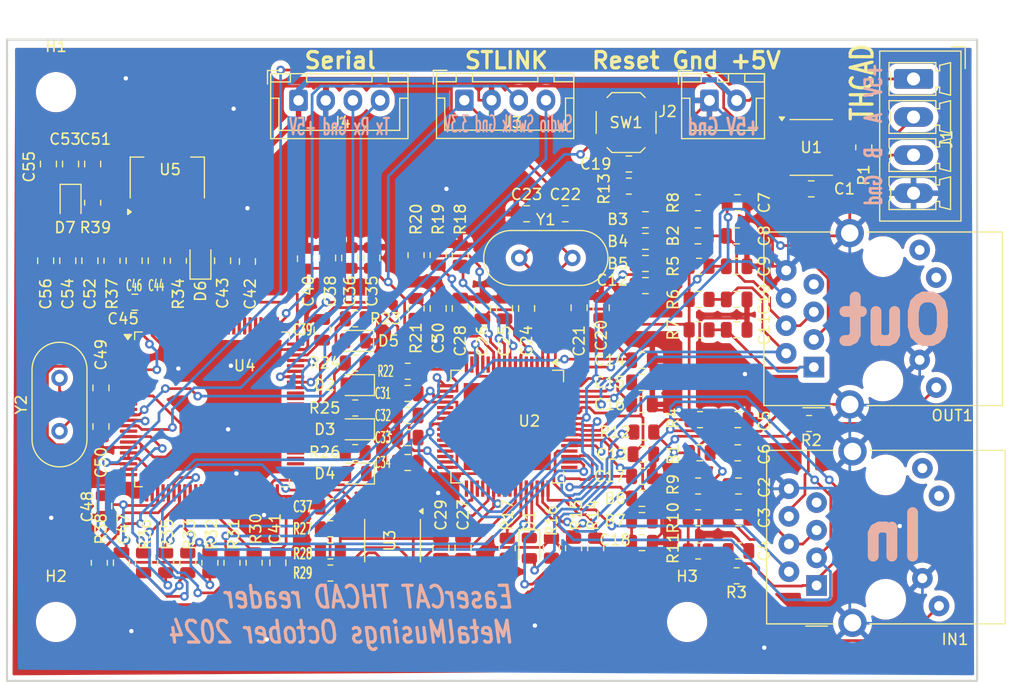
<source format=kicad_pcb>
(kicad_pcb (version 20240108) (generator "pcbnew") (generator_version "8.0")
  (title_block (comment 4 "AISLER Project ID: DIRZJBAO"))
  (layers (0 "F.Cu" signal) (31 "B.Cu" signal) (34 "B.Paste" user) (35 "F.Paste" user) (36 "B.SilkS" user "B.Silkscreen") (37 "F.SilkS" user "F.Silkscreen") (38 "B.Mask" user) (39 "F.Mask" user) (44 "Edge.Cuts" user))
  (net 0 "")
  (net 1 "+1V2")
  (net 2 "VDD12TX1")
  (net 3 "+3.3V")
  (net 4 "+3.3VA")
  (net 5 "GND")
  (net 6 "Net-(U2-OSCI)")
  (net 7 "Net-(D1-K)")
  (net 8 "Net-(D1-A)")
  (net 9 "FXLOSA")
  (net 10 "FXLOSB")
  (net 11 "FXLOSEN")
  (net 12 "GPIO0")
  (net 13 "GPIO1")
  (net 14 "Net-(U2-OSCO)")
  (net 15 "Net-(U2-~{RST})")
  (net 16 "SPI_SCK")
  (net 17 "SPI_CS")
  (net 18 "SPI_MISO")
  (net 19 "SPI_MOSI")
  (net 20 "I2C_SDA")
  (net 21 "I2C_SCL")
  (net 22 "IRQ")
  (net 23 "+5V")
  (net 24 "TXPA")
  (net 25 "TXNA")
  (net 26 "RXPA")
  (net 27 "RXNA")
  (net 28 "TXPB")
  (net 29 "TXNB")
  (net 30 "RXPB")
  (net 31 "RXNB")
  (net 32 "Net-(IN1-Pad9)")
  (net 33 "Net-(OUT1-Pad9)")
  (net 34 "NRST")
  (net 35 "SWCLK")
  (net 36 "SWDIO")
  (net 37 "RX")
  (net 38 "TX")
  (net 39 "/STM32F4/BOOT1")
  (net 40 "Net-(D4-A)")
  (net 41 "Net-(D5-A)")
  (net 42 "Net-(D6-A)")
  (net 43 "Net-(U4-PD12)")
  (net 44 "Net-(U4-PD13)")
  (net 45 "Net-(U4-PD14)")
  (net 46 "Net-(U4-PD15)")
  (net 47 "Net-(D7-A)")
  (net 48 "Net-(J1-Pin_3)")
  (net 49 "Net-(J1-Pin_2)")
  (net 51 "THCAD_CTR")
  (net 52 "Net-(IN1-RCT)")
  (net 53 "Net-(OUT1-RCT)")
  (net 60 "Net-(U2-RBIAS)")
  (net 61 "Net-(U3-SCL)")
  (net 62 "Net-(U2-SYNC1{slash}LATCH1)")
  (net 63 "Net-(U4-VCAP_1)")
  (net 64 "Net-(U4-PH0)")
  (net 65 "Net-(U4-PH1)")
  (net 66 "Net-(U4-VCAP_2)")
  (net 67 "Net-(D2-A)")
  (net 68 "Net-(D3-A)")
  (net 69 "Net-(U3-SDA)")
  (net 70 "Net-(U2-D1{slash}AD1{slash}EOF{slash}SO{slash}SIO1)")
  (net 71 "SYNC0")
  (net 72 "Net-(U2-D5{slash}AD5{slash}OUTVALID{slash}SCS#)")
  (net 73 "SYNC1")
  (net 74 "Net-(U2-IRQ)")
  (net 75 "Net-(U2-D0{slash}AD0{slash}WD_STATE{slash}SI{slash}SIO0)")
  (net 76 "Net-(U2-SYNC0{slash}LATCH0)")
  (net 77 "Net-(U2-D9{slash}AD9{slash}LATCH_IN{slash}SCK)")
  (net 79 "Net-(U4-BOOT0)")
  (footprint "LED_SMD:LED_0805_2012Metric" (layer "F.Cu") (at 174.5765 98.298 180)
    (property "Reference" "D3")
    (property "Value" "Orange led")
  )
  (footprint "Package_QFP:TQFP-64-1EP_10x10mm_P0.5mm_EP8x8mm" (layer "F.Cu") (at 188.468 98.044 -90)
    (property "Reference" "U2")
    (property "Value" "LAN9252_PT")
  )
  (footprint "Resistor_SMD:R_0805_2012Metric" (layer "F.Cu") (at 174.498 88.138 180)
    (property "Reference" "R23")
    (property "Value" "510")
  )
  (footprint "Package_SO:SOIC-8_3.9x4.9mm_P1.27mm" (layer "F.Cu") (at 177.927 108.523 -90)
    (property "Reference" "U3")
    (property "Value" "AT24CS32-SSHM")
  )
  (footprint "Capacitor_SMD:C_0805_2012Metric" (layer "F.Cu") (at 216.408 76.2 180)
    (property "Reference" "C1")
    (property "Value" "0.1uF")
  )
  (footprint "Resistor_SMD:R_0805_2012Metric" (layer "F.Cu") (at 192.532 109.22 -90)
    (property "Reference" "R16")
    (property "Value" "12.1k")
  )
  (footprint "Capacitor_SMD:C_0805_2012Metric" (layer "F.Cu") (at 190.246 87.188 90)
    (property "Reference" "C24")
    (property "Value" "0.1uF")
  )
  (footprint "Connector_JST:JST_XH_B4B-XH-A_1x04_P2.50mm_Vertical" (layer "F.Cu") (at 169.284 68.072)
    (property "Reference" "J4")
    (property "Value" "Serial usart1")
  )
  (footprint "Connector_Phoenix_MC:PhoenixContact_MCV_1,5_4-G-3.5_1x04_P3.50mm_Vertical" (layer "F.Cu") (at 225.806 66.096 -90)
    (property "Reference" "J1")
    (property "Value" "THCAD")
  )
  (footprint "LED_SMD:LED_0805_2012Metric" (layer "F.Cu") (at 174.5765 102.362 180)
    (property "Reference" "D4")
    (property "Value" "Green led")
  )
  (footprint "Resistor_SMD:R_0805_2012Metric" (layer "F.Cu") (at 174.4965 96.336 180)
    (property "Reference" "R25")
    (property "Value" "510")
  )
  (footprint "Capacitor_SMD:C_0805_2012Metric" (layer "F.Cu") (at 200.848 106.68)
    (property "Reference" "B7")
    (property "Value" "BLM18EG221SN1D")
  )
  (footprint "Package_SO:SO-8_3.9x4.9mm_P1.27mm" (layer "F.Cu") (at 216.408 72.39)
    (property "Reference" "U1")
    (property "Value" "MAX3485CSA/ESA")
  )
  (footprint "Capacitor_SMD:C_0805_2012Metric" (layer "F.Cu") (at 146.304 73.914 90)
    (property "Reference" "C55")
    (property "Value" "0.1uF")
  )
  (footprint "Crystal:Crystal_HC49-4H_Vertical" (layer "F.Cu") (at 147.32 98.462 90)
    (property "Reference" "Y2")
    (property "Value" "8 MHz")
  )
  (footprint "Resistor_SMD:R_0805_2012Metric" (layer "F.Cu") (at 206.0115 109.474 180)
    (property "Reference" "R11")
    (property "Value" "49.9")
  )
  (footprint "LED_SMD:LED_0805_2012Metric" (layer "F.Cu") (at 190.5 109.22 -90)
    (property "Reference" "D1")
    (property "Value" "Green led")
  )
  (footprint "Capacitor_SMD:C_0805_2012Metric" (layer "F.Cu") (at 200.98 100.584)
    (property "Reference" "C13")
    (property "Value" "0.1uF")
  )
  (footprint "Resistor_SMD:R_0805_2012Metric" (layer "F.Cu") (at 172.212 111.506 180)
    (property "Reference" "R29")
    (property "Value" "22")
  )
  (footprint "Resistor_SMD:R_0805_2012Metric" (layer "F.Cu") (at 221.234 72.39 90)
    (property "Reference" "R1")
    (property "Value" "120")
  )
  (footprint "Resistor_SMD:R_0805_2012Metric" (layer "F.Cu") (at 157.075 110.562 90)
    (property "Reference" "R35")
    (property "Value" "22")
  )
  (footprint "Resistor_SMD:R_0805_2012Metric" (layer "F.Cu") (at 188.468 109.22 -90)
    (property "Reference" "R17")
    (property "Value" "22")
  )
  (footprint "Capacitor_SMD:C_0805_2012Metric" (layer "F.Cu") (at 200.848 91.948)
    (property "Reference" "C14")
    (property "Value" "0.1uF")
  )
  (footprint "Capacitor_SMD:C_0805_2012Metric" (layer "F.Cu") (at 200.848 102.616)
    (property "Reference" "C17")
    (property "Value" "0.1uF")
  )
  (footprint "MountingHole:MountingHole_3.2mm_M3" (layer "F.Cu") (at 205 116)
    (property "Reference" "H3")
    (property "Value" "MountingHole")
  )
  (footprint "Capacitor_SMD:C_0805_2012Metric" (layer "F.Cu") (at 195.072 87.122 90)
    (property "Reference" "C21")
    (property "Value" "0.1uF")
  )
  (footprint "Resistor_SMD:R_0805_2012Metric" (layer "F.Cu") (at 199.644 75.946)
    (property "Reference" "R13")
    (property "Value" "1k")
  )
  (footprint "Capacitor_SMD:C_0805_2012Metric" (layer "F.Cu") (at 154.244 86.614)
    (property "Reference" "C45")
    (property "Value" "0.1uF")
  )
  (footprint "Capacitor_SMD:C_0805_2012Metric" (layer "F.Cu") (at 151.13 94.488 -90)
    (property "Reference" "C49")
    (property "Value" "22pF")
  )
  (footprint "Capacitor_SMD:C_0805_2012Metric" (layer "F.Cu") (at 148.336 73.914 90)
    (property "Reference" "C53")
    (property "Value" "0.1uF")
  )
  (footprint "Capacitor_SMD:C_0805_2012Metric" (layer "F.Cu") (at 169.926 82.616 90)
    (property "Reference" "C40")
    (property "Value" "0.1uF")
  )
  (footprint "Capacitor_SMD:C_0805_2012Metric" (layer "F.Cu") (at 151.13 98.044 90)
    (property "Reference" "C50")
    (property "Value" "22pF")
  )
  (footprint "Capacitor_SMD:C_0805_2012Metric" (layer "F.Cu") (at 209.55 86.36 180)
    (property "Reference" "C10")
    (property "Value" "10pF")
  )
  (footprint "Capacitor_SMD:C_0805_2012Metric" (layer "F.Cu") (at 156.21 82.804 90)
    (property "Reference" "C44")
    (property "Value" "0.1uF")
  )
  (footprint "Resistor_SMD:R_0805_2012Metric" (layer "F.Cu") (at 194.564 109.22 -90)
    (property "Reference" "R15")
    (property "Value" "10k")
  )
  (footprint "Capacitor_SMD:C_0805_2012Metric" (layer "F.Cu") (at 167.386 110.562 -90)
    (property "Reference" "C41")
    (property "Value" "0.1uF")
  )
  (footprint "Capacitor_SMD:C_0805_2012Metric" (layer "F.Cu") (at 164.592 82.87 -90)
    (property "Reference" "C42")
    (property "Value" "10uF")
  )
  (footprint "Resistor_SMD:R_0805_2012Metric" (layer "F.Cu") (at 206.0975 86.36 180)
    (property "Reference" "R6")
    (property "Value" "49.9")
  )
  (footprint "Resistor_SMD:R_0805_2012Metric" (layer "F.Cu") (at 182.118 82.296 90)
    (property "Reference" "R19")
    (property "Value" "10k")
  )
  (footprint "Resistor_SMD:R_0805_2012Metric" (layer "F.Cu") (at 150.368 77.47 90)
    (property "Reference" "R39")
    (property "Value" "1k")
  )
  (footprint "Resistor_SMD:R_0805_2012Metric" (layer "F.Cu") (at 206.0975 83.312 180)
    (property "Reference" "R5")
    (property "Value" "49.9")
  )
  (footprint "Capacitor_SMD:C_0805_2012Metric" (layer "F.Cu") (at 171.958 82.55 90)
    (property "Reference" "C38")
    (property "Value" "0.1uF")
  )
  (footprint "Capacitor_SMD:C_0805_2012Metric" (layer "F.Cu") (at 184.15 87.188 90)
    (property "Reference" "C28")
    (property "Value" "0.1uF")
  )
  (footprint "Crystal:Crystal_HC49-4H_Vertical" (layer "F.Cu") (at 189.574 82.55)
    (property "Reference" "Y1")
    (property "Value" "25MHz")
  )
  (footprint "Resistor_SMD:R_0805_2012Metric" (layer "F.Cu") (at 206.0975 89.154 180)
    (property "Reference" "R7")
    (property "Value" "49.9")
  )
  (footprint "Capacitor_SMD:C_0805_2012Metric" (layer "F.Cu") (at 209.6262 77.47 180)
    (property "Reference" "C7")
    (property "Value" "10pF")
  )
  (footprint "Capacitor_SMD:C_0805_2012Metric" (layer "F.Cu") (at 201.168 85.09)
    (property "Reference" "C12")
    (property "Value" "0.1uF")
  )
  (footprint "Capacitor_SMD:C_0805_2012Metric" (layer "F.Cu") (at 209.652 97.409 180)
    (property "Reference" "C5")
    (property "Value" "10pF")
  )
  (footprint "Resistor_SMD:R_0805_2012Metric" (layer "F.Cu") (at 179.324 92.964 180)
    (property "Reference" "R22")
    (property "Value" "22")
  )
  (footprint "Connector_JST:JST_XH_B2B-XH-A_1x02_P2.50mm_Vertical" (layer "F.Cu") (at 207.05 68.072)
    (property "Reference" "J2")
    (property "Value" "Conn_01x02_Pin")
  )
  (footprint "Capacitor_SMD:C_0805_2012Metric" (layer "F.Cu") (at 148.082 82.804 90)
    (property "Reference" "C54")
    (property "Value" "0.1uF")
  )
  (footprint "HakansLibrary:PulseJack JB0011D01BNL" (layer "F.Cu") (at 216.896 112.649 -90)
    (property "Reference" "IN1")
    (property "Value" "J0011D01BNL")
  )
  (footprint "Connector_JST:JST_XH_B4B-XH-A_1x04_P2.50mm_Vertical" (layer "F.Cu") (at 184.524 68.055)
    (property "Reference" "J3")
    (property "Value" "STLINK")
  )
  (footprint "Capacitor_SMD:C_0805_2012Metric" (layer "F.Cu") (at 209.718 103.505 180)
    (property "Reference" "C2")
    (property "Value" "10pF")
  )
  (footprint "MountingHole:MountingHole_3.2mm_M3" (layer "F.Cu") (at 147 67.31)
    (property "Reference" "H1")
    (property "Value" "MountingHole")
  )
  (footprint "Resistor_SMD:R_0805_2012Metric" (layer "F.Cu") (at 174.498 92.202 180)
    (property "Reference" "R24")
    (property "Value" "510")
  )
  (footprint "Capacitor_SMD:C_0805_2012Metric" (layer "F.Cu") (at 205.994 80.518)
    (property "Reference" "B2")
    (property "Value" "BLM18EG221S")
  )
  (footprint "Resistor_SMD:R_0805_2012Metric" (layer "F.Cu") (at 150.979 110.562 90)
    (property "Reference" "R38")
    (property "Value" "22")
  )
  (footprint "Resistor_SMD:R_0805_2012Metric" (layer "F.Cu") (at 201.0175 98.552 180)
    (property "Reference" "R12")
    (property "Value" "1k")
  )
  (footprint "Capacitor_SMD:C_0805_2012Metric" (layer "F.Cu") (at 209.718 106.426 180)
    (property "Reference" "C3")
    (property "Value" "10pF")
  )
  (footprint "Capacitor_SMD:C_0805_2012Metric" (layer "F.Cu") (at 206.162 100.457)
    (property "Reference" "B1")
    (property "Value" "BLM18EG221S")
  )
  (footprint "Capacitor_SMD:C_0805_2012Metric" (layer "F.Cu") (at 154.178 82.804 90)
    (property "Reference" "C46")
    (property "Value" "10uF")
  )
  (footprint "Resistor_SMD:R_0805_2012Metric" (layer "F.Cu") (at 205.994 77.47 180)
    (property "Reference" "R8")
    (property "Value" "49.9")
  )
  (footprint "Capacitor_SMD:C_0805_2012Metric" (layer "F.Cu") (at 209.718 109.474 180)
    (property "Reference" "C4")
    (property "Value" "10pF")
  )
  (footprint "Resistor_SMD:R_0805_2012Metric" (layer "F.Cu") (at 172.212 109.474 180)
    (property "Reference" "R28")
    (property "Value" "2k")
  )
  (footprint "LED_SMD:LED_0805_2012Metric" (layer "F.Cu") (at 174.5765 94.234 180)
    (property "Reference" "D2")
    (property "Value" "Red led")
  )
  (footprint "Capacitor_SMD:C_0805_2012Metric" (layer "F.Cu") (at 200.848 96.012)
    (property "Reference" "C16")
    (property "Value" "0.1uF")
  )
  (footprint "Capacitor_SMD:C_0805_2012Metric" (layer "F.Cu") (at 201.168 83.058 180)
    (property "Reference" "B5")
    (property "Value" "BLM18EG221SN1D")
  )
  (footprint "Resistor_SMD:R_0805_2012Metric" (layer "F.Cu") (at 209.55 111.76)
    (property "Reference" "R3")
    (property "Value" "1k")
  )
  (footprint "Capacitor_SMD:C_0805_2012Metric" (layer "F.Cu") (at 209.55 83.312 180)
    (property "Reference" "C9")
    (property "Value" "10pF")
  )
  (footprint "Capacitor_SMD:C_0805_2012Metric" (layer "F.Cu") (at 153.011 110.562 -90)
    (property "Reference" "C47")
    (property "Value" "0.1uF")
  )
  (footprint "Capacitor_SMD:C_0805_2012Metric" (layer "F.Cu") (at 200.848 104.648)
    (property "Reference" "B6")
    (property "Value" "BLM18EG221SN1D")
  )
  (footprint "Capacitor_SMD:C_0805_2012Metric" (layer "F.Cu") (at 209.55 80.518 180)
    (property "Reference" "C8")
    (property "Value" "0.1uF")
  )
  (footprint "Package_QFP:LQFP-100_14x14mm_P0.5mm" (layer "F.Cu") (at 161.338 96.465)
    (property "Reference" "U4")
    (property "Value" "STM32F407VGT6")
  )
  (footprint "Capacitor_SMD:C_0805_2012Metric" (layer "F.Cu") (at 186.182 87.188 90)
    (property "Reference" "C26")
    (property "Value" "0.1uF")
  )
  (footprint "Capacitor_SMD:C_0805_2012Metric" (layer "F.Cu") (at 179.324 101.346 180)
    (property "Reference" "C34")
    (property "Value" "2.2uF")
  )
  (footprint "Capacitor_SMD:C_0805_2012Metric" (layer "F.Cu") (at 182.118 87.188 -90)
    (property "Reference" "C30")
    (property "Value" "0.1uF")
  )
  (footprint "Resistor_SMD:R_0805_2012Metric" (layer "F.Cu") (at 174.4965 100.438 180)
    (property "Reference" "R26")
    (property "Value" "510")
  )
  (footprint "Button_Switch_SMD:SW_Push_1P1T_XKB_TS-1187A" (layer "F.Cu") (at 199.39 70.104)
    (property "Reference" "SW1")
    (property "Value" "SW_Push")
  )
  (footprint "Resistor_SMD:R_0805_2012Metric" (layer "F.Cu") (at 161.139 110.562 90)
    (property "Reference" "R32")
    (property "Value" "22")
  )
  (footprint "Capacitor_SMD:C_0805_2012Metric" (layer "F.Cu") (at 172.212 105.41)
    (property "Reference" "C37")
    (property "Value" "0.1uF")
  )
  (footprint "MountingHole:MountingHole_3.2mm_M3" (layer "F.Cu") (at 147 116)
    (property "Reference" "H2")
    (property "Value" "MountingHole")
  )
  (footprint "Capacitor_SMD:C_0805_2012Metric" (layer "F.Cu") (at 179.324 99.06 180)
    (property "Reference" "C33")
    (property "Value" "0.1uF")
  )
  (footprint "LED_SMD:LED_0805_2012Metric" (layer "F.Cu") (at 160.274 82.804 90)
    (property "Reference" "D6")
    (property "Value" "Blue led")
  )
  (footprint "Capacitor_SMD:C_0805_2012Metric" (layer "F.Cu") (at 179.324 97.028 180)
    (property "Reference" "C32")
    (property "Value" "0.1uF")
  )
  (footprint "Resistor_SMD:R_0805_2012Metric" (layer "F.Cu") (at 155.043 110.562 90)
    (property "Reference" "R36")
    (property "Value" "22")
  )
  (footprint "Capacitor_SMD:C_0805_2012Metric" (layer "F.Cu") (at 201.168 81.026 180)
    (property "Reference" "B4")
    (property "Value" "BLM18EG221SN1D")
  )
  (footprint "Resistor_SMD:R_0805_2012Metric" (layer "F.Cu") (at 158.242 82.804 -90)
    (property "Reference" "R34")
    (property "Value" "1k")
  )
  (footprint "Resistor_SMD:R_0805_2012Metric" (layer "F.Cu") (at 206.0115 106.426 180)
    (property "Reference" "R10")
    (property "Value" "49.9")
  )
  (footprint "Capacitor_SMD:C_0805_2012Metric" (layer "F.Cu") (at 150.368 73.914 90)
    (property "Reference" "C51")
    (property "Value" "0.1uF")
  )
  (footprint "Capacitor_SMD:C_0805_2012Metric" (layer "F.Cu") (at 197.104 87.122 90)
    (property "Reference" "C20")
    (property "Value" "1uF")
  )
  (footprint "Capacitor_SMD:C_0805_2012Metric" (layer "F.Cu") (at 190.246 78.486)
    (property "Reference" "C23")
    (property "Value" "20pF")
  )
  (footprint "Capacitor_SMD:C_0805_2012Metric" (layer "F.Cu") (at 200.848 93.98)
    (property "Reference" "C15")
    (property "Value" "0.1uF")
  )
  (footprint "LED_SMD:LED_0805_2012Metric" (layer "F.Cu") (at 148.336 77.47 -90)
    (property "Reference" "D7")
    (property "Value" "Blue led")
  )
  (footprint "Capacitor_SMD:C_0805_2012Metric" (layer "F.Cu") (at 173.99 82.55 90)
    (property "Reference" "C36")
    (property "Value" "0.1uF")
  )
  (footprint "Package_TO_SOT_SMD:SOT-223-3_TabPin2" (layer "F.Cu") (at 157.226 75.184 90)
    (property "Reference" "U5")
    (property "Value" "AMS1117-3.3")
  )
  (footprint "Capacitor_SMD:C_0805_2012Metric" (layer "F.Cu") (at 176.022 82.55 90)
    (property "Reference" "C35")
    (property "Value" "0.1uF")
  )
  (footprint "Capacitor_SMD:C_0805_2012Metric" (layer "F.Cu") (at 150.114 82.804 90)
    (property "Reference" "C52")
    (property "Value" "0.1uF")
  )
  (footprint "Resistor_SMD:R_0805_2012Metric" (layer "F.Cu") (at 216.2102 97.7646)
    (property "Reference" "R2")
    (property "Value" "1k")
  )
  (footprint "Resistor_SMD:R_0805_2012Metric" (layer "F.Cu") (at 206.182 97.409 180)
    (property "Reference" "R4")
    (property "Value" "49.9")
  )
  (footprint "Capacitor_SMD:C_0805_2012Metric" (layer "F.Cu") (at 162.306 82.804 -90)
    (property "Reference" "C43")
    (property "Value" "0.1uF")
  )
  (footprint "Resistor_SMD:R_0805_2012Metric" (layer "F.Cu") (at 180.086 82.296 90)
    (property "Reference" "R20")
    (property "Value" "10k")
  )
  (footprint "Capacitor_SMD:C_0805_2012Metric" (layer "F.Cu") (at 199.644 73.914 180)
    (property "Reference" "C19")
    (property "Value" "0.1uF")
  )
  (footprint "Resistor_SMD:R_0805_2012Metric" (layer "F.Cu") (at 152.146 82.804 -90)
    (property "Reference" "R37")
    (property "Value" "22")
  )
  (footprint "Resistor_SMD:R_0805_2012Metric" (layer "F.Cu") (at 180.086 87.188 -90)
    (property "Reference" "R21")
    (property "Value" "10k")
  )
  (footprint "Resistor_SMD:R_0805_2012Metric" (layer "F.Cu") (at 172.212 107.442 180)
    (property "Reference" "R27")
    (property "Value" "2k")
  )
  (footprint "Capacitor_SMD:C_0805_2012Metric" (layer "F.Cu") (at 171.45 89.154 -90)
    (property "Reference" "C39")
    (property "Value" "2.2uF")
  )
  (footprint "Capacitor_SMD:C_0805_2012Metric" (layer "F.Cu") (at 209.652 100.457 180)
    (property "Reference" "C6")
    (property "Value" "0.1uF")
  )
  (footprint "Capacitor_SMD:C_0805_2012Metric" (layer "F.Cu") (at 151.384 105.344 -90)
    (property "Reference" "C48")
    (property "Value" "0.1uF")
  )
  (footprint "HakansLibrary:PulseJack JB0011D01BNL" (layer "F.Cu") (at 216.642 92.583 -90)
    (property "Reference" "OUT1")
    (property "Value" "J0011D01BNL")
  )
  (footprint "Capacitor_SMD:C_0805_2012Metric" (layer "F.Cu") (at 201.168 79.032 180)
    (property "Reference" "B3")
    (property "Value" "BLM18EG221SN1D")
  )
  (footprint "LED_SMD:LED_0805_2012Metric" (layer "F.Cu") (at 174.498 90.17 180)
    (property "Reference" "D5")
    (property "Value" "Blue led")
  )
  (footprint "Capacitor_SMD:C_0805_2012Metric" (layer "F.Cu") (at 184.404 109.2 -90)
    (property "Reference" "C27")
    (property "Value" "0.1uF")
  )
  (footprint "Capacitor_SMD:C_0805_2012Metric" (layer "F.Cu") (at 146.05 82.804 90)
    (property "Reference" "C56")
    (property "Value" "0.1uF")
  )
  (footprint "Resistor_SMD:R_0805_2012Metric" (layer "F.Cu") (at 163.171 110.562 90)
    (property "Reference" "R31")
    (property "Value" "22")
  )
  (footprint "Resistor_SMD:R_0805_2012Metric" (layer "F.Cu") (at 159.107 110.562 90)
    (property "Reference" "R33")
    (property "Value" "22")
  )
  (footprint "Capacitor_SMD:C_0805_2012Metric" (layer "F.Cu") (at 200.848 108.712)
    (property "Reference" "C18")
    (property "Value" "470pF")
  )
  (footprint "Capacitor_SMD:C_0805_2012Metric" (layer "F.Cu") (at 188.214 87.188 90)
    (property "Reference" "C25")
    (property "Value" "0.1uF")
  )
  (footprint "Capacitor_SMD:C_0805_2012Metric" (layer "F.Cu") (at 209.55 89.154 180)
    (property "Reference" "C11")
    (property "Value" "10pF")
  )
  (footprint "Resistor_SMD:R_0805_2012Metric" (layer "F.Cu") (at 184.15 82.296 90)
    (property "Reference" "R18")
    (property "Value" "10k")
  )
  (footprint "Resistor_SMD:R_0805_2012Metric" (layer "F.Cu") (at 206.0115 103.505 180)
    (property "Reference" "R9")
    (property "Value" "49.9")
  )
  (footprint "Capacitor_SMD:C_0805_2012Metric" (layer "F.Cu") (at 193.802 78.486 180)
    (property "Reference" "C22")
    (property "Value" "20pF")
  )
  (footprint "Capacitor_SMD:C_0805_2012Metric" (layer "F.Cu") (at 179.324 94.996 180)
    (property "Reference" "C31")
    (property "Value" "0.1uF")
  )
  (footprint "Resistor_SMD:R_0805_2012Metric" (layer "F.Cu") (at 196.596 109.22 -90)
    (property "Reference" "R14")
    (property "Value" "10k")
  )
  (footprint "Resistor_SMD:R_0805_2012Metric" (layer "F.Cu") (at 165.203 110.562 90)
    (property "Reference" "R30")
    (property "Value" "22")
  )
  (footprint "Capacitor_SMD:C_0805_2012Metric" (layer "F.Cu") (at 182.372 109.2 -90)
    (property "Reference" "C29")
    (property "Value" "0.1uF")
  )
  (gr_rect (start 142.494 62.484) (end 231.648 121.412) (stroke (width 0.2)) (fill none) (layer "Edge.Cuts"))
  (gr_text "+5V  A   B  Gnd" (at 223.012 64.516 90) (layer "B.SilkS") (effects (font (size 1.5 1) (thickness 0.25) (bold yes)) (justify left bottom mirror)))
  (gr_text "Swdio Swclk Gnd 3.3V" (at 194.564 71.12 0) (layer "B.SilkS") (effects (font (size 1.5 0.7) (thickness 0.175) (bold yes)) (justify left bottom mirror)))
  (gr_text "+5V Gnd" (at 211.836 71.374 0) (layer "B.SilkS") (effects (font (size 1.5 1) (thickness 0.25) (bold yes)) (justify left bottom mirror)))
  (gr_text "EaserCAT THCAD reader\nMetalMusings October 2024" (at 189.23 118.11 0) (layer "B.SilkS") (effects (font (size 2 1.5) (thickness 0.3) (bold yes) (italic yes)) (justify left bottom mirror)))
  (gr_text "In" (at 227.33 110.49 0) (layer "B.SilkS") (effects (font (size 4 4) (thickness 1) (bold yes)) (justify left bottom mirror)))
  (gr_text "Tx Rx Gnd +5V" (at 177.8 71.374 0) (layer "B.SilkS") (effects (font (size 1.5 0.8) (thickness 0.2) (bold yes)) (justify left bottom mirror)))
  (gr_text "Out" (at 229.87 90.678 0) (layer "B.SilkS") (effects (font (size 4 4) (thickness 1) (bold yes)) (justify left bottom mirror)))
  (gr_text "STLINK" (at 184.404 65.278 0) (layer "F.SilkS") (effects (font (size 1.5 1.5) (thickness 0.3) (bold yes)) (justify left bottom)))
  (gr_text "THCAD" (at 222.25 70.104 90) (layer "F.SilkS") (effects (font (size 2 1.5) (thickness 0.3) (bold yes)) (justify left bottom)))
  (gr_text "Reset" (at 196.088 65.278 0) (layer "F.SilkS") (effects (font (size 1.5 1.5) (thickness 0.3) (bold yes)) (justify left bottom)))
  (gr_text "Gnd +5V" (at 203.454 65.278 0) (layer "F.SilkS") (effects (font (size 1.5 1.5) (thickness 0.3) (bold yes)) (justify left bottom)))
  (gr_text "Serial" (at 169.672 65.278 0) (layer "F.SilkS") (effects (font (size 1.5 1.5) (thickness 0.3) (bold yes)) (justify left bottom)))
  (segment (start 189.136 89.1991) (end 188.214 88.2771) (width 0.25) (layer "F.Cu") (net 1))
  (segment (start 199.898 108.712) (end 199.898 106.68) (width 0.25) (layer "F.Cu") (net 1))
  (segment (start 197.104 89.154) (end 197.104 88.072) (width 0.25) (layer "F.Cu") (net 1))
  (segment (start 187.218 105.436) (end 184.404 108.25) (width 0.25) (layer "F.Cu") (net 1))
  (segment (start 199.798 91.848) (end 193.73 91.848) (width 0.25) (layer "F.Cu") (net 1))
  (segment (start 181.6913 97.794) (end 181.3849 98.1004) (width 0.25) (layer "F.Cu") (net 1))
  (segment (start 189.136 89.1991) (end 189.136 89.6619) (width 0.25) (layer "F.Cu") (net 1))
  (segment (start 190.2502 90.9497) (end 190.4238 90.9497) (width 0.25) (layer "F.Cu") (net 1))
  (segment (start 180.8763 99.06) (end 181.3849 98.5514) (width 0.25) (layer "F.Cu") (net 1))
  (segment (start 187.218 105.1283) (end 187.5979 105.1283) (width 0.25) (layer "F.Cu") (net 1))
  (segment (start 199.898 104.648) (end 198.8621 103.6121) (width 0.25) (layer "F.Cu") (net 1))
  (segment (start 187.218 105.1283) (end 187.218 105.436) (width 0.25) (layer "F.Cu") (net 1))
  (segment (start 181.3849 98.1004) (end 181.3849 98.5514) (width 0.25) (layer "F.Cu") (net 1))
  (segment (start 189.136 89.6619) (end 190.4238 90.9497) (width 0.25) (layer "F.Cu") (net 1))
  (segment (start 199.898 106.68) (end 199.898 104.648) (width 0.25) (layer "F.Cu") (net 1))
  (segment (start 182.768 97.794) (end 181.6913 97.794) (width 0.25) (layer "F.Cu") (net 1))
  (segment (start 189.718 92.344) (end 189.718 91.4819) (width 0.25) (layer "F.Cu") (net 1))
  (segment (start 198.8621 103.6121) (end 194.1985 103.6121) (width 0.25) (layer "F.Cu") (net 1))
  (segment (start 199.898 91.948) (end 197.104 89.154) (width 0.25) (layer "F.Cu") (net 1))
  (segment (start 187.218 103.744) (end 187.218 105.1283) (width 0.25) (layer "F.Cu") (net 1))
  (segment (start 180.274 99.06) (end 180.8763 99.06) (width 0.25) (layer "F.Cu") (net 1))
  (segment (start 189.718 91.4819) (end 190.2502 90.9497) (width 0.25) (layer "F.Cu") (net 1))
  (via (at 181.3849 98.5514) (size 0.8) (drill 0.4) (layers "F.Cu" "B.Cu") (net 1))
  (via (at 190.4238 90.9497) (size 0.8) (drill 0.4) (layers "F.Cu" "B.Cu") (net 1))
  (via (at 187.5979 105.1283) (size 0.8) (drill 0.4) (layers "F.Cu" "B.Cu") (net 1))
  (via (at 193.73 91.848) (size 0.8) (drill 0.4) (layers "F.Cu" "B.Cu") (net 1))
  (via (at 194.1985 103.6121) (size 0.8) (drill 0.4) (layers "F.Cu" "B.Cu") (net 1))
  (segment (start 181.3849 98.5514) (end 180.3521 99.5842) (width 0.25) (layer "B.Cu") (net 1))
  (segment (start 187.4243 105.1283) (end 181.3849 99.0889) (width 0.25) (layer "B.Cu") (net 1))
  (segment (start 186.1313 106.3448) (end 188.3031 106.3448) (width 0.25) (layer "B.Cu") (net 1))
  (segment (start 188.3031 106.3448) (end 193.624092 101.023808) (width 0.25) (layer "B.Cu") (net 1))
  (segment (start 181.3849 97.7611) (end 181.3849 98.5514) (width 0.25) (layer "B.Cu") (net 1))
  (segment (start 191.6409 91.948) (end 187.198 91.948) (width 0.25) (layer "B.Cu") (net 1))
  (segment (start 190.4238 90.9497) (end 190.5332 90.8403) (width 0.25) (layer "B.Cu") (net 1))
  (segment (start 191.6409 91.948) (end 193.63 91.948) (width 0.25) (layer "B.Cu") (net 1))
  (segment (start 196.278169 102.429016) (end 195.095085 103.6121) (width 0.25) (layer "B.Cu") (net 1))
  (segment (start 187.5979 105.1283) (end 187.4243 105.1283) (width 0.25) (layer "B.Cu") (net 1))
  (segment (start 180.3521 100.5656) (end 186.1313 106.3448) (width 0.25) (layer "B.Cu") (net 1))
  (segment (start 187.198 91.948) (end 181.3849 97.7611) (width 0.25) (layer "B.Cu") (net 1))
  (segment (start 195.429 101.023808) (end 196.278169 101.872977) (width 0.25) (layer "B.Cu") (net 1))
  (segment (start 193.63 91.948) (end 193.73 91.848) (width 0.25) (layer "B.Cu") (net 1))
  (segment (start 181.3849 99.0889) (end 181.3849 98.5514) (width 0.25) (layer "B.Cu") (net 1))
  (segment (start 180.3521 99.5842) (end 180.3521 100.5656) (width 0.25) (layer "B.Cu") (net 1))
  (segment (start 195.095085 103.6121) (end 194.1985 103.6121) (width 0.25) (layer "B.Cu") (net 1))
  (segment (start 193.624092 101.023808) (end 195.429 101.023808) (width 0.25) (layer "B.Cu") (net 1))
  (segment (start 196.278169 101.872977) (end 196.278169 102.429016) (width 0.25) (layer "B.Cu") (net 1))
  (segment (start 190.5332 90.8403) (end 191.6409 91.948) (width 0.25) (layer "B.Cu") (net 1))
  (segment (start 200.7494 97.069) (end 198.1883 97.069) (width 0.25) (layer "F.Cu") (net 2))
  (segment (start 197.9133 96.794) (end 196.510834 96.794) (width 0.25) (layer "F.Cu") (net 2))
  (segment (start 200.9152 103.7652) (end 200.9152 101.4692) (width 0.25) (layer "F.Cu") (net 2))
  (segment (start 197.005208 98.394) (end 195.355496 98.394) (width 0.25) (layer "F.Cu") (net 2))
  (segment (start 200.9152 101.4692) (end 200.03 100.584) (width 0.25) (layer "F.Cu") (net 2))
  (segment (start 200.9459 99.6681) (end 200.9459 97.2655) (width 0.25) (layer "F.Cu") (net 2))
  (segment (start 200.9459 97.2655) (end 200.7494 97.069) (width 0.25) (layer "F.Cu") (net 2))
  (segment (start 196.510834 96.794) (end 196.485958 96.769124) (width 0.25) (layer "F.Cu") (net 2))
  (segment (start 195.313907 96.289097) (end 195.243 96.360004) (width 0.25) (layer "F.Cu") (net 2))
  (segment (start 196.031974 96.311645) (end 195.978487 96.311645) (width 0.25) (layer "F.Cu") (net 2))
  (segment (start 200.03 100.584) (end 200.9459 99.6681) (width 0.25) (layer "F.Cu") (net 2))
  (segment (start 198.1883 97.069) (end 197.9133 96.794) (width 0.25) (layer "F.Cu") (net 2))
  (segment (start 201.798 104.648) (end 200.9152 103.7652) (width 0.25) (layer "F.Cu") (net 2))
  (segment (start 195.055976 96.794) (end 194.168 96.794) (width 0.25) (layer "F.Cu") (net 2))
  (segment (start 195.955939 96.289097) (end 195.313907 96.289097) (width 0.25) (layer "F.Cu") (net 2))
  (segment (start 195.978487 96.311645) (end 195.955939 96.289097) (width 0.25) (layer "F.Cu") (net 2))
  (segment (start 195.243 96.360004) (end 195.243 96.606976) (width 0.25) (layer "F.Cu") (net 2))
  (segment (start 195.243 96.606976) (end 195.055976 96.794) (width 0.25) (layer "F.Cu") (net 2))
  (segment (start 195.231336 98.344) (end 195.181336 98.294) (width 0.25) (layer "F.Cu") (net 2))
  (segment (start 198.1883 97.210908) (end 197.005208 98.394) (width 0.25) (layer "F.Cu") (net 2))
  (segment (start 195.355496 98.394) (end 195.305496 98.344) (width 0.25) (layer "F.Cu") (net 2))
  (segment (start 195.305496 98.344) (end 195.231336 98.344) (width 0.25) (layer "F.Cu") (net 2))
  (segment (start 196.485958 96.765629) (end 196.031974 96.311645) (width 0.25) (layer "F.Cu") (net 2))
  (segment (start 198.1883 97.069) (end 198.1883 97.210908) (width 0.25) (layer "F.Cu") (net 2))
  (segment (start 201.798 104.648) (end 201.798 106.68) (width 0.25) (layer "F.Cu") (net 2))
  (segment (start 199.898 93.98) (end 200.7494 94.8314) (width 0.25) (layer "F.Cu") (net 2))
  (segment (start 195.181336 98.294) (end 194.168 98.294) (width 0.25) (layer "F.Cu") (net 2))
  (segment (start 200.7494 94.8314) (end 200.7494 97.069) (width 0.25) (layer "F.Cu") (net 2))
  (segment (start 196.485958 96.769124) (end 196.485958 96.765629) (width 0.25) (layer "F.Cu") (net 2))
  (segment (start 156.464 83.8325) (end 158.4585 83.8325) (width 0.25) (layer "F.Cu") (net 3))
  (segment (start 169.926 84.8159) (end 169.926 83.566) (width 0.25) (layer "F.Cu") (net 3))
  (segment (start 169.013 90.465) (end 169.177 90.301) (width 0.25) (layer "F.Cu") (net 3))
  (segment (start 158.477 97.801356) (end 155.901744 95.2261) (width 0.25) (layer "F.Cu") (net 3))
  (segment (start 189.218 92.344) (end 189.218 93.3073) (width 0.25) (layer "F.Cu") (net 3))
  (segment (start 180.4015 91.269) (end 180.3998 91.2673) (width 0.25) (layer "F.Cu") (net 3))
  (segment (start 202.118 83.058) (end 203.0154 83.058) (width 0.25) (layer "F.Cu") (net 3))
  (segment (start 156.338 102.7515) (end 156.338 104.14) (width 0.25) (layer "F.Cu") (net 3))
  (segment (start 153.1924 105.2178) (end 153.2721 105.2975) (width 0.25) (layer "F.Cu") (net 3))
  (segment (start 173.99 83.5) (end 176.022 83.5) (width 0.25) (layer "F.Cu") (net 3))
  (segment (start 157.226 78.334) (end 157.226 77.0073) (width 0.25) (layer "F.Cu") (net 3))
  (segment (start 185.718 91.294) (end 185.693 91.269) (width 0.25) (layer "F.Cu") (net 3))
  (segment (start 168.148 108.85) (end 168.148 104.453) (width 0.25) (layer "F.Cu") (net 3))
  (segment (start 184.3872 106.2348) (end 185.3039 106.2348) (width 0.25) (layer "F.Cu") (net 3))
  (segment (start 202.434 77.982) (end 203.962 76.454) (width 0.25) (layer "F.Cu") (net 3))
  (segment (start 185.3039 106.2348) (end 186.718 104.8207) (width 0.25) (layer "F.Cu") (net 3))
  (segment (start 172.0827 104.3307) (end 173.162 105.41) (width 0.25) (layer "F.Cu") (net 3))
  (segment (start 153.294 85.73) (end 152.118 84.554) (width 0.25) (layer "F.Cu") (net 3))
  (segment (start 179.832 108.3401) (end 182.2819 108.3401) (width 0.25) (layer "F.Cu") (net 3))
  (segment (start 177.2727 84.7507) (end 177.5322 84.7507) (width 0.25) (layer "F.Cu") (net 3))
  (segment (start 204.536 81.026) (end 203.0154 81.026) (width 0.25) (layer "F.Cu") (net 3))
  (segment (start 153.1724 82.8269) (end 154.178 83.8325) (width 0.25) (layer "F.Cu") (net 3))
  (segment (start 185.718 93.4192) (end 185.718 92.344) (width 0.25) (layer "F.Cu") (net 3))
  (segment (start 146.304 74.864) (end 148.336 74.864) (width 0.25) (layer "F.Cu") (net 3))
  (segment (start 182.372 108.25) (end 184.3872 106.2348) (width 0.25) (layer "F.Cu") (net 3))
  (segment (start 152.2078 105.2178) (end 151.384 104.394) (width 0.25) (layer "F.Cu") (net 3))
  (segment (start 153.294 86.614) (end 155.338 88.658) (width 0.25) (layer "F.Cu") (net 3))
  (segment (start 173.99 83.5) (end 171.958 83.5) (width 0.25) (layer "F.Cu") (net 3))
  (segment (start 156.338 105.077) (end 156.338 104.14) (width 0.25) (layer "F.Cu") (net 3))
  (segment (start 181.072 95.794) (end 180.274 94.996) (width 0.25) (layer "F.Cu") (net 3))
  (segment (start 183.8447 95.794) (end 183.8447 101.794) (width 0.25) (layer "F.Cu") (net 3))
  (segment (start 154.974 89.154) (end 155.338 88.79) (width 0.25) (layer "F.Cu") (net 3))
  (segment (start 154.8312 99.7219) (end 154.5743 99.465) (width 0.25) (layer "F.Cu") (net 3))
  (segment (start 201.93 98.552) (end 203.073 97.409) (width 0.25) (layer "F.Cu") (net 3))
  (segment (start 204.677 88.646) (end 199.644 88.646) (width 0.25) (layer "F.Cu") (net 3))
  (segment (start 203.962 76.454) (end 205.3244 75.0916) (width 0.25) (layer "F.Cu") (net 3))
  (segment (start 189.218 93.3073) (end 189.218 93.4207) (width 0.25) (layer "F.Cu") (net 3))
  (segment (start 169.177 90.301) (end 169.177 85.8929) (width 0.25) (layer "F.Cu") (net 3))
  (segment (start 169.3893 104.3307) (end 172.0827 104.3307) (width 0.25) (layer "F.Cu") (net 3))
  (segment (start 183.2 87.188) (end 180.9985 87.188) (width 0.25) (layer "F.Cu") (net 3))
  (segment (start 150.114 83.754) (end 148.082 83.754) (width 0.25) (layer "F.Cu") (net 3))
  (segment (start 156.2649 92.8222) (end 155.1638 92.8222) (width 0.25) (layer "F.Cu") (net 3))
  (segment (start 192.923 76.454) (end 196.088 76.454) (width 0.25) (layer "F.Cu") (net 3))
  (segment (start 153.2721 105.2975) (end 156.1175 105.2975) (width 0.25) (layer "F.Cu") (net 3))
  (segment (start 144.9762 79.8138) (end 144.9762 82.6802) (width 0.25) (layer "F.Cu") (net 3))
  (segment (start 205.185 89.154) (end 204.677 88.646) (width 0.25) (layer "F.Cu") (net 3))
  (segment (start 167.651 104.453) (end 168.148 104.453) (width 0.25) (layer "F.Cu") (net 3))
  (segment (start 176.022 83.5) (end 177.2727 84.7507) (width 0.25) (layer "F.Cu") (net 3))
  (segment (start 153.663 100.965) (end 154.5515 100.965) (width 0.25) (layer "F.Cu") (net 3))
  (segment (start 157.226 72.034) (end 154.9993 72.034) (width 0.25) (layer "F.Cu") (net 3))
  (segment (start 156.464 83.8325) (end 156.464 84.328) (width 0.25) (layer "F.Cu") (net 3))
  (segment (start 182.768 95.794) (end 181.072 95.794) (width 0.25) (layer "F.Cu") (net 3))
  (segment (start 204.0655 76.454) (end 203.962 76.454) (width 0.25) (layer "F.Cu") (net 3))
  (segment (start 198.2387 87.2407) (end 195.9033 87.2407) (width 0.25) (layer "F.Cu") (net 3))
  (segment (start 150.368 74.864) (end 148.336 74.864) (width 0.25) (layer "F.Cu") (net 3))
  (segment (start 180.086 86.2755) (end 179.0391 86.2755) (width 0.25) (layer "F.Cu") (net 3))
  (segment (start 146.304 78.486) (end 144.9762 79.8138) (width 0.25) (layer "F.Cu") (net 3))
  (segment (start 205.185 89.154) (end 205.185 86.36) (width 0.25) (layer "F.Cu") (net 3))
  (segment (start 177.5322 84.7686) (end 177.5322 84.7507) (width 0.25) (layer "F.Cu") (net 3))
  (segment (start 154.8312 100.1673) (end 154.8312 99.7219) (width 0.25) (layer "F.Cu") (net 3))
  (segment (start 183.3064 95.794) (end 183.8447 95.794) (width 0.25) (layer "F.Cu") (net 3))
  (segment (start 179.3629 94.0849) (end 180.274 94.996) (width 0.25) (layer "F.Cu") (net 3))
  (segment (start 189.218 93.4207) (end 190.218 93.4207) (width 0.25) (layer "F.Cu") (net 3))
  (segment (start 152.1033 74.93) (end 153.626 73.4073) (width 0.25) (layer "F.Cu") (net 3))
  (segment (start 184.15 88.138) (end 183.2 87.188) (width 0.25) (layer "F.Cu") (net 3))
  (segment (start 186.182 88.138) (end 184.15 88.138) (width 0.25) (layer "F.Cu") (net 3))
  (segment (start 195.9033 87.2407) (end 195.072 88.072) (width 0.25) (layer "F.Cu") (net 3))
  (segment (start 205.0815 77.47) (end 204.0655 76.454) (width 0.25) (layer "F.Cu") (net 3))
  (segment (start 154.5335 100.465) (end 154.8312 100.1673) (width 0.25) (layer "F.Cu") (net 3))
  (segment (start 185.693 91.269) (end 180.4015 91.269) (width 0.25) (layer "F.Cu") (net 3))
  (segment (start 167.386 109.612) (end 167.386 110.5192) (width 0.25) (layer "F.Cu") (net 3))
  (segment (start 167.386 109.612) (end 168.148 108.85) (width 0.25) (layer "F.Cu") (net 3))
  (segment (start 217.358 76.2) (end 217.358 75.0916) (width 0.25) (layer "F.Cu") (net 3))
  (segment (start 179.3629 92.3042) (end 179.3629 94.0849) (width 0.25) (layer "F.Cu") (net 3))
  (segment (start 154.974 89.6216) (end 155.5849 90.2325) (width 0.25) (layer "F.Cu") (net 3))
  (segment (start 179.0391 89.9066) (end 179.0391 86.2755) (width 0.25) (layer "F.Cu") (net 3))
  (segment (start 185.718 92.344) (end 185.718 91.294) (width 0.25) (layer "F.Cu") (net 3))
  (segment (start 168.148 104.453) (end 169.267 104.453) (width 0.25) (layer "F.Cu") (net 3))
  (segment (start 180.3998 91.2673) (end 179.0391 89.9066) (width 0.25) (layer "F.Cu") (net 3))
  (segment (start 202.118 81.026) (end 203.0154 81.026) (width 0.25) (layer "F.Cu") (net 3))
  (segment (start 153.663 100.965) (end 153.663 100.465) (width 0.25) (layer "F.Cu") (net 3))
  (segment (start 203.558 79.032) (end 205.044 80.518) (width 0.25) (layer "F.Cu") (net 3))
  (segment (start 154.5996 92.965) (end 153.663 92.965) (width 0.25) (layer "F.Cu") (net 3))
  (segment (start 155.946834 100.837534) (end 157.08691 100.837534) (width 0.25) (layer "F.Cu") (net 3))
  (segment (start 167.386 110.5192) (end 153.9182 110.5192) (width 0.25) (layer "F.Cu") (net 3))
  (segment (start 203.0154 81.026) (end 203.0154 83.058) (width 0.25) (layer "F.Cu") (net 3))
  (segment (start 190.246 88.138) (end 189.4147 87.3067) (width 0.25) (layer "F.Cu") (net 3))
  (segment (start 203.8351 100.457) (end 205.099 100.457) (width 0.25) (layer "F.Cu") (net 3))
  (segment (start 154.5515 100.965) (end 156.338 102.7515) (width 0.25) (layer "F.Cu") (net 3))
  (segment (start 154.8103 93.1757) (end 154.5996 92.965) (width 0.25) (layer "F.Cu") (net 3))
  (segment (start 191.718 104.9919) (end 193.5337 106.8076) (width 0.25) (layer "F.Cu") (net 3))
  (segment (start 180.3998 91.2673) (end 179.3629 92.3042) (width 0.25) (layer "F.Cu") (net 3))
  (segment (start 189.4147 87.3067) (end 187.0133 87.3067) (width 0.25) (layer "F.Cu") (net 3))
  (segment (start 184.524 68.055) (end 192.923 76.454) (width 0.25) (layer "F.Cu") (net 3))
  (segment (start 180.9985 87.188) (end 180.086 86.2755) (width 0.25) (layer "F.Cu") (net 3))
  (segment (start 173.1245 108.3401) (end 179.832 108.3401) (width 0.25) (layer "F.Cu") (net 3))
  (segment (start 154.8103 95.2261) (end 154.8103 93.1757) (width 0.25) (layer "F.Cu") (net 3))
  (segment (start 169.177 85.8929) (end 169.013 85.7289) (width 0.25) (layer "F.Cu") (net 3))
  (segment (start 153.1924 105.2178) (end 152.2078 105.2178) (width 0.25) (layer "F.Cu") (net 3))
  (segment (start 200.66 77.982) (end 202.434 77.982) (width 0.25) (layer "F.Cu") (net 3))
  (segment (start 182.768 101.794) (end 183.8447 101.794) (width 0.25) (layer "F.Cu") (net 3))
  (segment (start 153.663 95.465) (end 154.5714 95.465) (width 0.25) (layer "F.Cu") (net 3))
  (segment (start 153.9182 110.5192) (end 153.4445 110.0455) (width 0.25) (layer "F.Cu") (net 3))
  (segment (start 154.178 83.8325) (end 156.464 83.8325) (width 0.25) (layer "F.Cu") (net 3))
  (segment (start 193.5337 106.8076) (end 193.9826 106.8076) (width 0.25) (layer "F.Cu") (net 3))
  (segment (start 158.75 86.614) (end 168.1279 86.614) (width 0.25) (layer "F.Cu") (net 3))
  (segment (start 205.099 100.457) (end 205.099 103.505) (width 0.25) (layer "F.Cu") (net 3))
  (segment (start 158.477 99.447444) (end 158.477 97.801356) (width 0.25) (layer "F.Cu") (net 3))
  (segment (start 153.294 86.614) (end 153.294 85.73) (width 0.25) (layer "F.Cu") (net 3))
  (segment (start 203.0154 83.058) (end 204.931 83.058) (width 0.25) (layer "F.Cu") (net 3))
  (segment (start 151.1292 84.554) (end 150.3292 83.754) (width 0.25) (layer "F.Cu") (net 3))
  (segment (start 167.338 104.14) (end 167.651 104.453) (width 0.25) (layer "F.Cu") (net 3))
  (segment (start 203.8015 100.4234) (end 203.8351 100.457) (width 0.25) (layer "F.Cu") (net 3))
  (segment (start 173.1245 105.4475) (end 173.1245 107.442) (width 0.25) (layer "F.Cu") (net 3))
  (segment (start 190.218 92.344) (end 190.218 93.4207) (width 0.25) (layer "F.Cu") (net 3))
  (segment (start 197.616 77.982) (end 200.66 77.982) (width 0.25) (layer "F.Cu") (net 3))
  (segment (start 196.088 76.454) (end 197.616 77.982) (width 0.25) (layer "F.Cu") (net 3))
  (segment (start 186.718 103.744) (end 186.718 104.8207) (width 0.25) (layer "F.Cu") (net 3))
  (segment (start 185.718 93.4207) (end 189.218 93.4207) (width 0.25) (layer "F.Cu") (net 3))
  (segment (start 153.4445 110.0455) (end 153.011 109.612) (width 0.25) (layer "F.Cu") (net 3))
  (segment (start 203.8014 100.4234) (end 203.8015 100.4234) (width 0.25) (layer "F.Cu") (net 3))
  (segment (start 155.338 88.658) (end 155.338 88.79) (width 0.25) (layer "F.Cu") (net 3))
  (segment (start 185.718 93.4192) (end 185.718 93.4207) (width 0.25) (layer "F.Cu") (net 3))
  (segment (start 155.901744 95.2261) (end 154.8103 95.2261) (width 0.25) (layer "F.Cu") (net 3))
  (segment (start 146.304 74.864) (end 146.304 78.486) (width 0.25) (layer "F.Cu") (net 3))
  (segment (start 154.5714 95.465) (end 154.8103 95.2261) (width 0.25) (layer "F.Cu") (net 3))
  (segment (start 154.9993 72.034) (end 153.626 73.4073) (width 0.25) (layer "F.Cu") (net 3))
  (segment (start 217.358 75.0916) (end 217.358 71.7395) (width 0.25) (layer "F.Cu") (net 3))
  (segment (start 157.08691 100.837534) (end 158.477 99.447444) (width 0.25) (layer "F.Cu") (net 3))
  (segment (start 157.226 77.0073) (end 153.626 73.4073) (width 0.25) (layer "F.Cu") (net 3))
  (segment (start 156.1175 105.2975) (end 156.338 105.077) (width 0.25) (layer "F.Cu") (net 3))
  (segment (start 153.663 100.465) (end 154.5335 100.465) (width 0.25) (layer "F.Cu") (net 3))
  (segment (start 200.5565 77.8785) (end 200.66 77.982) (width 0.25) (layer "F.Cu") (net 3))
  (segment (start 217.358 71.7395) (end 218.6125 70.485) (width 0.25) (layer "F.Cu") (net 3))
  (segment (start 191.718 103.744) (end 191.718 104.9919) (width 0.25) (layer "F.Cu") (net 3))
  (segment (start 173.1245 108.3401) (end 173.1245 109.474) (width 0.25) (layer "F.Cu") (net 3))
  (segment (start 153.4445 110.0455) (end 153.4445 108.5018) (width 0.25) (layer "F.Cu") (net 3))
  (segment (start 203.558 79.032) (end 203.558 78.9935) (width 0.25) (layer "F.Cu") (net 3))
  (segment (start 151.2563 82.8269) (end 153.1724 82.8269) (width 0.25) (layer "F.Cu") (net 3))
  (segment (start 169.267 104.453) (end 169.3893 104.3307) (width 0.25) (layer "F.Cu") (net 3))
  (segment (start 168.1279 86.614) (end 169.013 85.7289) (width 0.25) (layer "F.Cu") (net 3))
  (segment (start 169.013 85.7289) (end 169.926 84.8159) (width 0.25) (layer "F.Cu") (net 3))
  (segment (start 205.185 97.3245) (end 205.185 89.154) (width 0.25) (layer "F.Cu") (net 3))
  (segment (start 154.974 89.154) (end 154.974 89.6216) (width 0.25) (layer "F.Cu") (net 3))
  (segment (start 200.5565 75.946) (end 200.5565 77.8785) (width 0.25) (layer "F.Cu") (net 3))
  (segment (start 171.958 83.5) (end 169.992 83.5) (width 0.25) (layer "F.Cu") (net 3))
  (segment (start 205.099 103.505) (end 205.099 106.426) (width 0.25) (layer "F.Cu") (net 3))
  (segment (start 154.8312 99.7219) (end 155.946834 100.837534) (width 0.25) (layer "F.Cu") (net 3))
  (segment (start 202.118 79.032) (end 203.558 79.032) (width 0.25) (layer "F.Cu") (net 3))
  (segment (start 154.5743 99.465) (end 153.663 99.465) (width 0.25) (layer "F.Cu") (net 3))
  (segment (start 150.434 74.93) (end 152.1033 74.93) (width 0.25) (layer "F.Cu") (net 3))
  (segment (start 187.0133 87.3067) (end 186.182 88.138) (width 0.25) (layer "F.Cu") (net 3))
  (segment (start 150.3292 83.754) (end 151.2563 82.8269) (width 0.25) (layer "F.Cu") (net 3))
  (segment (start 203.073 97.409) (end 205.2695 97.409) (width 0.25) (layer "F.Cu") (net 3))
  (segment (start 205.3244 75.0916) (end 217.358 75.0916) (width 0.25) (layer "F.Cu") (net 3))
  (segment (start 199.644 88.646) (end 198.2387 87.2407) (width 0.25) (layer "F.Cu") (net 3))
  (segment (start 156.464 84.328) (end 158.75 86.614) (width 0.25) (layer "F.Cu") (net 3))
  (segment (start 155.1638 92.8222) (end 154.8103 93.1757) (width 0.25) (layer "F.Cu") (net 3))
  (segment (start 179.832 108.3401) (end 179.832 110.998) (width 0.25) (layer "F.Cu") (net 3))
  (segment (start 179.0391 86.2755) (end 177.5322 84.7686) (width 0.25) (layer "F.Cu") (net 3))
  (segment (start 144.9762 82.6802) (end 146.05 83.754) (width 0.25) (layer "F.Cu") (net 3))
  (segment (start 155.5849 90.2325) (end 155.5849 90.4685) (width 0.25) (layer "F.Cu") (net 3))
  (segment (start 205.044 80.518) (end 204.536 81.026) (width 0.25) (layer "F.Cu") (net 3))
  (segment (start 205.099 106.426) (end 205.099 109.474) (width 0.25) (layer "F.Cu") (net 3))
  (segment (start 205.185 83.312) (end 205.185 86.36) (width 0.25) (layer "F.Cu") (net 3))
  (segment (start 152.118 84.554) (end 151.1292 84.554) (width 0.25) (layer "F.Cu") (net 3))
  (segment (start 201.93 98.552) (end 203.8014 100.4234) (width 0.25) (layer "F.Cu") (net 3))
  (segment (start 173.1245 107.442) (end 173.1245 108.3401) (width 0.25) (layer "F.Cu") (net 3))
  (segment (start 203.558 78.9935) (end 205.0815 77.47) (width 0.25) (layer "F.Cu") (net 3))
  (segment (start 146.05 83.754) (end 148.082 83.754) (width 0.25) (layer "F.Cu") (net 3))
  (via (at 177.5322 84.7507) (size 0.8) (drill 0.4) (layers "F.Cu" "B.Cu") (net 3))
  (via (at 156.2649 92.8222) (size 0.8) (drill 0.4) (layers "F.Cu" "B.Cu") (net 3))
  (via (at 203.8015 100.4234) (size 0.8) (drill 0.4) (layers "F.Cu" "B.Cu") (net 3))
  (via (at 155.5849 90.4685) (size 0.8) (drill 0.4) (layers "F.Cu" "B.Cu") (net 3))
  (via (at 153.1924 105.2178) (size 0.8) (drill 0.4) (layers "F.Cu" "B.Cu") (net 3))
  (via (at 193.9826 106.8076) (size 0.8) (drill 0.4) (layers "F.Cu" "B.Cu") (net 3))
  (via (at 153.4445 108.5018) (size 0.8) (drill 0.4) (layers "F.Cu" "B.Cu") (net 3))
  (segment (start 153.1924 108.2497) (end 153.4445 108.5018) (width 0.25) (layer "B.Cu") (net 3))
  (segment (start 155.5849 90.4685) (end 156.2649 91.1485) (width 0.25) (layer "B.Cu") (net 3))
  (segment (start 196.5512 107.672) (end 194.847 107.672) (width 0.25) (layer "B.Cu") (net 3))
  (segment (start 203.8015 100.4234) (end 203.7998 100.4234) (width 0.25) (layer "B.Cu") (net 3))
  (segment (start 156.2649 91.1485) (end 156.2649 92.8222) (width 0.25) (layer "B.Cu") (net 3))
  (segment (start 184.524 68.055) (end 177.5322 75.0468) (width 0.25) (layer "B.Cu") (net 3))
  (segment (start 194.847 107.672) (end 193.9826 106.8076) (width 0.25) (layer "B.Cu") (net 3))
  (segment (start 203.7998 100.4234) (end 196.5512 107.672) (width 0.25) (layer "B.Cu") (net 3))
  (segment (start 177.5322 75.0468) (end 177.5322 84.7507) (width 0.25) (layer "B.Cu") (net 3))
  (segment (start 153.1924 105.2178) (end 153.1924 108.2497) (width 0.25) (layer "B.Cu") (net 3))
  (segment (start 195.1188 100.794) (end 194.168 100.794) (width 0.25) (layer "F.Cu") (net 4))
  (segment (start 179.4463 97.8557) (end 179.4463 99.8096) (width 0.25) (layer "F.Cu") (net 4))
  (segment (start 198.1218 93.6268) (end 196.6387 93.6268) (width 0.25) (layer "F.Cu") (net 4))
  (segment (start 200.218 84.074) (end 200.218 85.09) (width 0.25) (layer "F.Cu") (net 4))
  (segment (start 194.168 97.294) (end 195.651992 97.294) (width 0.25) (layer "F.Cu") (net 4))
  (segment (start 200.218 81.026) (end 200.218 83.058) (width 0.25) (layer "F.Cu") (net 4))
  (segment (start 198.6209 94.1259) (end 198.1218 93.6268) (width 0.25) (layer "F.Cu") (net 4))
  (segment (start 195.651992 97.294) (end 195.749415 97.196577) (width 0.25) (layer "F.Cu") (net 4))
  (segment (start 200.218 79.032) (end 200.218 81.026) (width 0.25) (layer "F.Cu") (net 4))
  (segment (start 195.8436 100.7084) (end 195.2044 100.7084) (width 0.25) (layer "F.Cu") (net 4))
  (segment (start 196.2786 101.1434) (end 195.8436 100.7084) (width 0.25) (layer "F.Cu") (net 4))
  (segment (start 195.126904 102.8371) (end 195.198189 102.908385) (width 0.25) (layer "F.Cu") (net 4))
  (segment (start 195.9119 93.6268) (end 196.6387 93.6268) (width 0.25) (layer "F.Cu") (net 4))
  (segment (start 179.8949 100.2582) (end 181.1198 100.2582) (width 0.25) (layer "F.Cu") (net 4))
  (segment (start 193.4772 102.8371) (end 195.126904 102.8371) (width 0.25) (layer "F.Cu") (net 4))
  (segment (start 196.2786 102.616) (end 196.2786 101.1434) (width 0.25) (layer "F.Cu") (net 4))
  (segment (start 195.986215 102.908385) (end 196.2786 102.616) (width 0.25) (layer "F.Cu") (net 4))
  (segment (start 195.198189 102.908385) (end 195.986215 102.908385) (width 0.25) (layer "F.Cu") (net 4))
  (segment (start 199.898 96.012) (end 198.6209 94.7349) (width 0.25) (layer "F.Cu") (net 4))
  (segment (start 195.2447 94.294) (end 195.9119 93.6268) (width 0.25) (layer "F.Cu") (net 4))
  (segment (start 195.2044 100.7084) (end 195.1188 100.794) (width 0.25) (layer "F.Cu") (net 4))
  (segment (start 200.218 84.074) (end 199.0895 84.074) (width 0.25) (layer "F.Cu") (net 4))
  (segment (start 180.274 97.028) (end 179.4463 97.8557) (width 0.25) (layer "F.Cu") (net 4))
  (segment (start 179.4463 99.8096) (end 179.8949 100.2582) (width 0.25) (layer "F.Cu") (net 4))
  (segment (start 199.898 102.616) (end 196.2786 102.616) (width 0.25) (layer "F.Cu") (net 4))
  (segment (start 200.218 83.058) (end 200.218 84.074) (width 0.25) (layer "F.Cu") (net 4))
  (segment (start 194.168 94.294) (end 195.2447 94.294) (width 0.25) (layer "F.Cu") (net 4))
  (segment (start 198.6209 94.7349) (end 198.6209 94.1259) (width 0.25) (layer "F.Cu") (net 4))
  (via (at 195.749415 97.196577) (size 0.8) (drill 0.4) (layers "F.Cu" "B.Cu") (net 4))
  (via (at 181.1198 100.2582) (size 0.8) (drill 0.4) (layers "F.Cu" "B.Cu") (net 4))
  (via (at 196.6387 93.6268) (size 0.8) (drill 0.4) (layers "F.Cu" "B.Cu") (net 4))
  (via (at 199.0895 84.074) (size 0.8) (drill 0.4) (layers "F.Cu" "B.Cu") (net 4))
  (via (at 193.4772 102.8371) (size 0.8) (drill 0.4) (layers "F.Cu" "B.Cu") (net 4))
  (segment (start 195.749415 94.516085) (end 195.749415 97.196577) (width 0.25) (layer "B.Cu") (net 4))
  (segment (start 186.7214 105.8598) (end 181.1198 100.2582) (width 0.25) (layer "B.Cu") (net 4))
  (segment (start 195.3801 99.5263) (end 195.3801 100.338512) (width 0.25) (layer "B.Cu") (net 4))
  (segment (start 194.519516 104.3871) (end 193.877484 104.3871) (width 0.25) (layer "B.Cu") (net 4))
  (segment (start 194.2668 99.5263) (end 187.9333 105.8598) (width 0.25) (layer "B.Cu") (net 4))
  (segment (start 194.647216 104.2594) (end 194.519516 104.3871) (width 0.25) (layer "B.Cu") (net 4))
  (segment (start 195.3801 100.338512) (end 196.728169 101.686581) (width 0.25) (layer "B.Cu") (net 4))
  (segment (start 195.3801 99.5263) (end 194.2668 99.5263) (width 0.25) (layer "B.Cu") (net 4))
  (segment (start 195.084181 104.2594) (end 194.647216 104.2594) (width 0.25) (layer "B.Cu") (net 4))
  (segment (start 196.6387 86.5248) (end 199.0895 84.074) (width 0.25) (layer "B.Cu") (net 4))
  (segment (start 196.6387 93.6268) (end 195.749415 94.516085) (width 0.25) (layer "B.Cu") (net 4))
  (segment (start 193.4718 103.981416) (end 193.4718 102.8425) (width 0.25) (layer "B.Cu") (net 4))
  (segment (start 193.877484 104.3871) (end 193.4718 103.981416) (width 0.25) (layer "B.Cu") (net 4))
  (segment (start 193.4718 102.8425) (end 193.4772 102.8371) (width 0.25) (layer "B.Cu") (net 4))
  (segment (start 196.728169 101.686581) (end 196.728169 102.615412) (width 0.25) (layer "B.Cu") (net 4))
  (segment (start 196.728169 102.615412) (end 195.084181 104.2594) (width 0.25) (layer "B.Cu") (net 4))
  (segment (start 195.3801 99.5263) (end 195.3801 97.565892) (width 0.25) (layer "B.Cu") (net 4))
  (segment (start 187.9333 105.8598) (end 186.7214 105.8598) (width 0.25) (layer "B.Cu") (net 4))
  (segment (start 195.3801 97.565892) (end 195.749415 97.196577) (width 0.25) (layer "B.Cu") (net 4))
  (segment (start 196.6387 93.6268) (end 196.6387 86.5248) (width 0.25) (layer "B.Cu") (net 4))
  (segment (start 210.5762 80.518) (end 210.5762 77.47) (width 0.25) (layer "F.Cu") (net 5))
  (segment (start 165.203 111.4745) (end 167.3485 111.4745) (width 0.25) (layer "F.Cu") (net 5))
  (segment (start 177.038 90.678) (end 177.038 93.726) (width 0.25) (layer "F.Cu") (net 5))
  (segment (start 171.958 66.7666) (end 171.0287 66.7666) (width 0.25) (layer "F.Cu") (net 5))
  (segment (start 207.1049 111.76) (end 208.1299 112.785) (width 0.25) (layer "F.Cu") (net 5))
  (segment (start 206.5318 99.4043) (end 209.5493 99.4043) (width 0.25) (layer "F.Cu") (net 5))
  (segment (start 148.8963 100.343) (end 150.5057 100.343) (width 0.25) (layer "F.Cu") (net 5))
  (segment (start 183.3379 69.0764) (end 183.3379 66.7666) (width 0.25) (layer "F.Cu") (net 5))
  (segment (start 206.0838 104.9908) (end 206.0838 99.8523) (width 0.25) (layer "F.Cu") (net 5))
  (segment (start 184.15 81.3835) (end 182.118 81.3835) (width 0.25) (layer "F.Cu") (net 5))
  (segment (start 171.0287 66.7666) (end 183.3379 66.7666) (width 0.25) (layer "F.Cu") (net 5))
  (segment (start 170.317 109.1169) (end 170.317 110.462) (width 0.25) (layer "F.Cu") (net 5))
  (segment (start 191.2769 112.9845) (end 190.7887 112.9845) (width 0.25) (layer "F.Cu") (net 5))
  (segment (start 167.3485 111.4745) (end 167.386 111.512) (width 0.25) (layer "F.Cu") (net 5))
  (segment (start 195.072 86.172) (end 193.178 88.066) (width 0.25) (layer "F.Cu") (net 5))
  (segment (start 155.838 88.79) (end 155.838 89.6745) (width 0.25) (layer "F.Cu") (net 5))
  (segment (start 171.784 68.072) (end 171.958 67.898) (width 0.25) (layer "F.Cu") (net 5))
  (segment (start 219.944 96.012) (end 210.8962 96.012) (width 0.25) (layer "F.Cu") (net 5))
  (segment (start 152.557 94.965) (end 153.663 94.965) (width 0.25) (layer "F.Cu") (net 5))
  (segment (start 173.99 81.6) (end 171.958 81.6) (width 0.25) (layer "F.Cu") (net 5))
  (segment (start 181.1074 113.6976) (end 181.1059 113.6991) (width 0.25) (layer "F.Cu") (net 5))
  (segment (start 206.0659 107.4864) (end 206.0659 105.7353) (width 0.25) (layer "F.Cu") (net 5))
  (segment (start 210.5 86.36) (end 210.5 88.0801) (width 0.25) (layer "F.Cu") (net 5))
  (segment (start 194.243 110.0184) (end 192.532 108.3075) (width 0.25) (layer "F.Cu") (net 5))
  (segment (start 152.1884 112.3346) (end 153.011 111.512) (width 0.25) (layer "F.Cu") (net 5))
  (segment (start 170.1794 66.7601) (end 170.20065 66.78135) (width 0.25) (layer "F.Cu") (net 5))
  (segment (start 203.448888 68.229) (end 205.404944 70.185056) (width 0.25) (layer "F.Cu") (net 5))
  (segment (start 186.3985 81.3835) (end 184.15 81.3835) (width 0.25) (layer "F.Cu") (net 5))
  (segment (start 194.752 78.486) (end 195.514 77.724) (width 0.25) (layer "F.Cu") (net 5))
  (segment (start 206.0659 105.7353) (end 206.4471 105.3541) (width 0.25) (layer "F.Cu") (net 5))
  (segment (start 203.6112 110.5252) (end 201.798 108.712) (width 0.25) (layer "F.Cu") (net 5))
  (segment (start 171.262 105.41) (end 170.434 105.41) (width 0.25) (layer "F.Cu") (net 5))
  (segment (start 192.9633 76.9382) (end 192.8669 77.0346) (width 0.25) (layer "F.Cu") (net 5))
  (segment (start 191.2961 77.0346) (end 183.3379 69.0764) (width 0.25) (layer "F.Cu") (net 5))
  (segment (start 206.8056 71.755) (end 213.833 71.755) (width 0.25) (layer "F.Cu") (net 5))
  (segment (start 206.6888 108.1093) (end 209.3033 108.1093) (width 0.25) (layer "F.Cu") (net 5))
  (segment (start 202.6557 107.8543) (end 202.6557 103.3417) (width 0.25) (layer "F.Cu") (net 5))
  (segment (start 169.267 111.512) (end 169.515 111.264) (width 0.25) (layer "F.Cu") (net 5))
  (segment (start 206.1518 91.2676) (end 210.8962 96.012) (width 0.25) (layer "F.Cu") (net 5))
  (segment (start 148.272 105.28) (end 149.352 106.36) (width 0.25) (layer "F.Cu") (net 5))
  (segment (start 185.3812 66.7064) (end 185.8473 67.1725) (width 0.25) (layer "F.Cu") (net 5))
  (segment (start 205.7736 110.5252) (end 203.6112 110.5252) (width 0.25) (layer "F.Cu") (net 5))
  (segment (start 154.178 81.8915) (end 152.146 81.8915) (width 0.25) (layer "F.Cu") (net 5))
  (segment (start 206.4471 105.3541) (end 206.0838 104.9908) (width 0.25) (layer "F.Cu") (net 5))
  (segment (start 184.404 110.15) (end 186.2098 110.15) (width 0.25) (layer "F.Cu") (net 5))
  (segment (start 206.0838 99.8523) (end 206.5318 99.4043) (width 0.25) (layer "F.Cu") (net 5))
  (segment (start 210.5762 77.47) (end 214.188 77.47) (width 0.25) (layer "F.Cu") (net 5))
  (segment (start 188.718 102.6207) (end 188.468 102.3707) (width 0.25) (layer "F.Cu") (net 5))
  (segment (start 206.0793 110.2195) (end 206.0793 108.7188) (width 0.25) (layer "F.Cu") (net 5))
  (segment (start 170.20065 66.78135) (end 170.2154 66.7666) (width 0.25) (layer "F.Cu") (net 5))
  (segment (start 202.6557 103.3417) (end 201.93 102.616) (width 0.25) (layer "F.Cu") (net 5))
  (segment (start 212.8473 80.518) (end 212.8473 83.312) (width 0.25) (layer "F.Cu") (net 5))
  (segment (start 182.372 110.15) (end 182.372 110.7888) (width 0.25) (layer "F.Cu") (net 5))
  (segment (start 154.79 103.013) (end 155.6572 103.013) (width 0.25) (layer "F.Cu") (net 5))
  (segment (start 149.2749 77.4714) (end 151.9707 77.4714) (width 0.25) (layer "F.Cu") (net 5))
  (segment (start 195.072 86.172) (end 196.0735 85.1705) (width 0.25) (layer "F.Cu") (net 5))
  (segment (start 205.404944 70.185056) (end 206.8902 71.6704) (width 0.25) (layer "F.Cu") (net 5))
  (segment (start 196.0735 77.724) (end 196.0735 77.6238) (width 0.25) (layer "F.Cu") (net 5))
  (segment (start 169.013 90.965) (end 169.880764 90.965) (width 0.25) (layer "F.Cu") (net 5))
  (segment (start 201.798 108.712) (end 202.6557 107.8543) (width 0.25) (layer "F.Cu") (net 5))
  (segment (start 183.3981 66.7064) (end 185.3812 66.7064) (width 0.25) (layer "F.Cu") (net 5))
  (segment (start 191.6918 109.1477) (end 192.532 108.3075) (width 0.25) (layer "F.Cu") (net 5))
  (segment (start 157.1285 90.965) (end 169.013 90.965) (width 0.25) (layer "F.Cu") (net 5))
  (segment (start 225.806 76.596) (end 221.284 76.596) (width 0.25) (layer "F.Cu") (net 5))
  (segment (start 214.356 103.759) (end 210.922 103.759) (width 0.25) (layer "F.Cu") (net 5))
  (segment (start 178.0906 99.7854) (end 175.514 102.362) (width 0.25) (layer "F.Cu") (net 5))
  (segment (start 151.13 99.7187) (end 151.13 98.994) (width 0.25) (layer "F.Cu") (net 5))
  (segment (start 214.188 77.47) (end 215.458 76.2) (width 0.25) (layer "F.Cu") (net 5))
  (segment (start 146.2103 98.9456) (end 146.9834 99.7187) (width 0.25) (layer "F.Cu") (net 5))
  (segment (start 170.138 88.694) (end 170.628 88.204) (width 0.25) (layer "F.Cu") (net 5))
  (segment (start 196.0735 85.1705) (end 196.0735 77.724) (width 0.25) (layer "F.Cu") (net 5))
  (segment (start 205.3239 69.8718) (end 205.3239 69.7981) (width 0.25) (layer "F.Cu") (net 5))
  (segment (start 191.2961 77.0346) (end 192.8669 77.0346) (width 0.25) (layer "F.Cu") (net 5))
  (segment (start 178.374 99.06) (end 177.358 98.044) (width 0.25) (layer "F.Cu") (net 5))
  (segment (start 196.0735 77.6238) (end 195.3879 76.9382) (width 0.25) (layer "F.Cu") (net 5))
  (segment (start 194.243 110.0184) (end 191.2769 112.9845) (width 0.25) (layer "F.Cu") (net 5))
  (segment (start 210.8962 96.012) (end 210.602 96.3062) (width 0.25) (layer "F.Cu") (net 5))
  (segment (start 205.2078 69.9879) (end 205.3239 69.8718) (width 0.25) (layer "F.Cu") (net 5))
  (segment (start 182.372 110.7888) (end 180.3651 112.7957) (width 0.25) (layer "F.Cu") (net 5))
  (segment (start 177.292 94.996) (end 176.53 94.234) (width 0.25) (layer "F.Cu") (net 5))
  (segment (start 146.05 81.854) (end 148.082 81.854) (width 0.25) (layer "F.Cu") (net 5))
  (segment (start 188.468 98.298) (end 188.468 102.3707) (width 0.25) (layer "F.Cu") (net 5))
  (segment (start 177.038 93.726) (end 176.53 94.234) (width 0.25) (layer "F.Cu") (net 5))
  (segment (start 205.2078 69.9879) (end 205.404944 70.185056) (width 0.25) (layer "F.Cu") (net 5))
  (segment (start 148.336 76.5325) (end 149.2749 77.4714) (width 0.25) (layer "F.Cu") (net 5))
  (segment (start 209.5961 105.3541) (end 210.668 106.426) (width 0.25) (layer "F.Cu") (net 5))
  (segment (start 180.2109 84.3309) (end 178.7529 84.3309) (width 0.25) (layer "F.Cu") (net 5))
  (segment (start 146.9834 99.7187) (end 148.272 99.7187) (width 0.25) (layer "F.Cu") (net 5))
  (segment (start 146.8142 92.5053) (end 146.2103 93.1092) (width 0.25) (layer "F.Cu") (net 5))
  (segment (start 179.832 102.643) (end 180.1043 102.3707) (width 0.25) (layer "F.Cu") (net 5))
  (segment (start 180.1043 102.3707) (end 188.468 102.3707) (width 0.25) (layer "F.Cu") (net 5))
  (segment (start 206.6888 108.1093) (end 206.0659 107.4864) (width 0.25) (layer "F.Cu") (net 5))
  (segment (start 190.718 92.344) (end 190.718 93.4303) (width 0.25) (layer "F.Cu") (net 5))
  (segment (start 206.7844 71.7762) (end 206.8056 71.755) (width 0.25) (layer "F.Cu") (net 5))
  (segment (start 180.086 81.3835) (end 176.2385 81.3835) (width 0.25) (layer "F.Cu") (net 5))
  (segment (start 206.1518 88.4033) (end 206.1518 91.2676) (width 0.25) (layer "F.Cu") (net 5))
  (segment (start 154.926 79.6607) (end 154.178 80.4087) (width 0.25) (layer "F.Cu") (net 5))
  (segment (start 150.114 81.854) (end 148.082 81.854) (width 0.25) (layer "F.Cu") (net 5))
  (segment (start 176.784 90.17) (end 175.4355 90.17) (width 0.25) (layer "F.Cu") (net 5))
  (segment (start 206.475 88.0801) (end 206.1518 88.4033) (width 0.25) (layer "F.Cu") (net 5))
  (segment (start 190.7887 112.9845) (end 190.5258 113.2474) (width 0.25) (layer "F.Cu") (net 5))
  (segment (start 213.721 83.312) (end 212.8473 83.312) (width 0.25) (layer "F.Cu") (net 5))
  (segment (start 184.15 86.238) (end 182.118 86.238) (width 0.25) (layer "F.Cu") (net 5))
  (segment (start 178.374 99.7854) (end 178.0906 99.7854) (width 0.25) (layer "F.Cu") (net 5))
  (segment (start 146.304 72.964) (end 148.336 72.964) (width 0.25) (layer "F.Cu") (net 5))
  (segment (start 189.296 78.486) (end 190.7474 77.0346) (width 0.25) (layer "F.Cu") (net 5))
  (segment (start 178.7529 84.3309) (end 176.022 81.6) (width 0.25) (layer "F.Cu") (net 5))
  (segment (start 201.798 96.012) (end 201.798 93.98) (width 0.25) (layer "F.Cu") (net 5))
  (segment (start 150.2664 112.3346) (end 152.1884 112.3346) (width 0.25) (layer "F.Cu") (net 5))
  (segment (start 148.272 99.7187) (end 148.272 102.6037) (width 0.25) (layer "F.Cu") (net 5))
  (segment (start 213.833 73.025) (end 213.833 71.755) (width 0.25) (layer "F.Cu") (net 5))
  (segment (start 206.4078 110.548) (end 206.0793 110.2195) (width 0.25) (layer "F.Cu") (net 5))
  (segment (start 150.114 81.854) (end 152.1085 81.854) (width 0.25) (layer "F.Cu") (net 5))
  (segment (start 176.022 81.6) (end 173.99 81.6) (width 0.25) (layer "F.Cu") (net 5))
  (segment (start 210.5 88.0801) (end 210.5 89.154) (width 0.25) (layer "F.Cu") (net 5))
  (segment (start 195.3879 76.9382) (end 192.9633 76.9382) (width 0.25) (layer "F.Cu") (net 5))
  (segment (start 175.4355 90.17) (end 176.53 90.17) (width 0.25) (layer "F.Cu") (net 5))
  (segment (start 169.880764 90.965) (end 170.138 90.707764) (width 0.25) (layer "F.Cu") (net 5))
  (segment (start 157.226 82.804) (end 156.3545 81.9325) (width 0.25) (layer "F.Cu") (net 5))
  (segment (start 164.592 83.82) (end 160.528 83.82) (width 0.25) (layer "F.Cu") (net 5))
  (segment (start 171.45 88.204) (end 172.5471 87.1069) (width 0.25) (layer "F.Cu") (net 5))
  (segment (start 196.39 68.229) (end 202.39 68.229) (width 0.25) (layer "F.Cu") (net 5))
  (segment (start 164.592 83.82) (end 166.746 81.666) (width 0.25) (layer "F.Cu") (net 5))
  (segment (start 170.138 90.707764) (end 170.138 88.694) (width 0.25) (layer "F.Cu") (net 5))
  (segment (start 181.1059 113.6991) (end 171.95 113.6991) (width 0.25) (layer "F.Cu") (net 5))
  (segment (start 170.628 88.204) (end 171.45 88.204) (width 0.25) (layer "F.Cu") (net 5))
  (segment (start 180.1043 101.5157) (end 178.374 99.7854) (width 0.25) (layer "F.Cu") (net 5))
  (segment (start 159.512 82.804) (end 157.226 82.804) (width 0.25) (layer "F.Cu") (net 5))
  (segment (start 153.011 111.512) (end 155.9025 114.4035) (width 0.25) (layer "F.Cu") (net 5))
  (segment (start 149.4485 111.5167) (end 150.2664 112.3346) (width 0.25) (layer "F.Cu") (net 5))
  (segment (start 170.18 105.664) (end 170.18 108.9799) (width 0.25) (layer "F.Cu") (net 5))
  (segment (start 200.594 73.914) (end 204.6466 73.914) (width 0.25) (layer "F.Cu") (net 5))
  (segment (start 149.2373 103.569) (end 152.1057 103.569) (width 0.25) (layer "F.Cu") (net 5))
  (segment (start 190.7474 77.0346) (end 191.2961 77.0346) (width 0.25) (layer "F.Cu") (net 5))
  (segment (start 189.9251 113.6976) (end 181.1074 113.6976) (width 0.25) (layer "F.Cu") (net 5))
  (segment (start 178.562 106.048) (end 179.832 106.048) (width 0.25) (layer "F.Cu") (net 5))
  (segment (start 171.95 113.6991) (end 169.515 111.264) (width 0.25) (layer "F.Cu") (net 5))
  (segment (start 194.564 110.1325) (end 196.596 110.1325) (width 0.25) (layer "F.Cu") (net 5))
  (segment (start 212.8473 80.518) (end 210.5762 80.518) (width 0.25) (layer "F.Cu") (net 5))
  (segment (start 176.53 90.17) (end 177.038 90.678) (width 0.25) (layer "F.Cu") (net 5))
  (segment (start 195.514 77.724) (end 196.0735 77.724) (width 0.25) (layer "F.Cu") (net 5))
  (segment (start 219.944 77.936) (end 221.284 76.596) (width 0.25) (layer "F.Cu") (net 5))
  (segment (start 209.5493 99.4043) (end 210.602 100.457) (width 0.25) (layer "F.Cu") (net 5))
  (segment (start 212.8473 83.312) (end 210.5 83.312) (width 0.25) (layer "F.Cu") (net 5))
  (segment (start 152.1057 103.569) (end 152.5271 103.9904) (width 0.25) (layer "F.Cu") (net 5))
  (segment (start 197.104 86.172) (end 195.072 86.172) (width 0.25) (layer "F.Cu") (net 5))
  (segment (start 178.374 94.996) (end 178.374 97.028) (width 0.25) (layer "F.Cu") (net 5))
  (segment (start 186.2692 66.7506) (end 194.9116 66.7506) (width 0.25) (layer "F.Cu") (net 5))
  (segment (start 178.374 97.028) (end 177.358 98.044) (width 0.25) (layer "F.Cu") (net 5))
  (segment (start 155.838 103.1938) (end 155.838 104.14) (width 0.25) (layer "F.Cu") (net 5))
  (segment (start 151.3763 99.965) (end 153.663 99.965) (width 0.25) (layer "F.Cu") (net 5))
  (segment (start 188.214 86.238) (end 190.246 86.238) (width 0.25) (layer "F.Cu") (net 5))
  (segment (start 152.5271 103.9904) (end 153.8126 103.9904) (width 0.25) (layer "F.Cu") (net 5))
  (segment (start 148.272 102.6037) (end 149.2373 103.569) (width 0.25) (layer "F.Cu") (net 5))
  (segment (start 197.104 86.172) (end 201.036 86.172) (width 0.25) (layer "F.Cu") (net 5))
  (segment (start 170.317 110.462) (end 169.515 111.264) (width 0.25) (layer "F.Cu") (net 5))
  (segment (start 206.0793 108.7188) (end 206.6888 108.1093) (width 0.25) (layer "F.Cu") (net 5))
  (segment (start 201.798 96.012) (end 202.3104 96.5244) (width 0.25) (layer "F.Cu") (net 5))
  (segment (start 204.6466 73.914) (end 206.8902 71.6704) (width 0.25) (layer "F.Cu") (net 5))
  (segment (start 179.832 106.048) (end 179.832 102.643) (width 0.25) (layer "F.Cu") (net 5))
  (segment (start 187.2121 109.1477) (end 191.6918 109.1477) (width 0.25) (layer "F.Cu") (net 5))
  (segment (start 155.194 86.614) (end 155.838 87.258) (width 0.25) (layer "F.Cu") (net 5))
  (segment (start 178.374 99.7854) (end 178.374 99.06) (width 0.25) (layer "F.Cu") (net 5))
  (segment (start 177.104 98.298) (end 175.514 98.298) (width 0.25) (layer "F.Cu") (net 5))
  (segment (start 189.296 78.486) (end 186.3985 81.3835) (width 0.25) (layer "F.Cu") (net 5))
  (segment (start 210.668 103.505) (end 210.668 100.523) (width 0.25) (layer "F.Cu") (net 5))
  (segment (start 221.284 76.596) (end 218.983 74.295) (width 0.25) (layer "F.Cu") (net 5))
  (segment (start 172.5471 87.1069) (end 175.9632 87.1069) (width 0.25) (layer "F.Cu") (net 5))
  (segment (start 155.6572 103.013) (end 155.838 103.1938) (width 0.25) (layer "F.Cu") (net 5))
  (segment (start 180.1043 101.5157) (end 180.1043 102.3707) (width 0.25) (layer "F.Cu") (net 5))
  (segment (start 150.368 72.964) (end 148.336 72.964) (width 0.25) (layer "F.Cu") (net 5))
  (segment (start 185.8473 67.1725) (end 186.2692 66.7506) (width 0.25) (layer "F.Cu") (net 5))
  (segment (start 219.69 80.518) (end 212.8473 80.518) (width 0.25) (layer "F.Cu") (net 5))
  (segment (start 193.178 88.066) (end 193.178 89.296684) (width 0.25) (layer "F.Cu") (net 5))
  (segment (start 160.528 83.82) (end 159.512 82.804) (width 0.25) (layer "F.Cu") (net 5))
  (segment (start 146.2103 93.1092) (end 146.2103 98.9456) (width 0.25) (layer "F.Cu") (net 5))
  (segment (start 180.3651 112.7957) (end 179.2808 112.7957) (width 0.25) (layer "F.Cu") (net 5))
  (segment (start 186.2098 110.15) (end 187.2121 109.1477) (width 0.25) (layer "F.Cu") (net 5))
  (segment (start 208.9581 110.548) (end 206.4078 110.548) (width 0.25) (layer "F.Cu") (net 5))
  (segment (start 185.8473 68.055) (end 185.8473 67.1725) (width 0.25) (layer "F.Cu") (net 5))
  (segment (start 202.39 68.229) (end 203.448888 68.229) (width 0.25) (layer "F.Cu") (net 5))
  (segment (start 210.602 96.3062) (end 210.602 97.409) (width 0.25) (layer "F.Cu") (net 5))
  (segment (start 183.3379 66.7666) (end 183.3981 66.7064) (width 0.25) (layer "F.Cu") (net 5))
  (segment (start 179.2808 112.7957) (end 178.562 112.0769) (width 0.25) (layer "F.Cu") (net 5))
  (segment (start 190.3753 113.2474) (end 189.9251 113.6976) (width 0.25) (layer "F.Cu") (net 5))
  (segment (start 192.4948 93.4303) (end 190.718 93.4303) (width 0.25) (layer "F.Cu") (net 5))
  (segment (start 156.3545 81.9325) (end 154.178 81.9325) (width 0.25) (layer "F.Cu") (net 5))
  (segment (start 151.13 93.538) (end 150.0973 92.5053) (width 0.25) (layer "F.Cu") (net 5))
  (segment (start 148.272 102.6037) (end 148.272 105.28) (width 0.25) (layer "F.Cu") (net 5))
  (segment (start 198.2235 111.76) (end 207.1049 111.76) (width 0.25) (layer "F.Cu") (net 5))
  (segment (start 182.372 110.15) (end 184.404 110.15) (width 0.25) (layer "F.Cu") (net 5))
  (segment (start 187.024 68.055) (end 185.8473 68.055) (width 0.25) (layer "F.Cu") (net 5))
  (segment (start 196.596 110.1325) (end 198.2235 111.76) (width 0.25) (layer "F.Cu") (net 5))
  (segment (start 153.8126 103.9904) (end 154.79 103.013) (width 0.25) (layer "F.Cu") (net 5))
  (segment (start 150.0973 92.5053) (end 146.8142 92.5053) (width 0.25) (layer "F.Cu") (net 5))
  (segment (start 166.746 81.666) (end 169.926 81.666) (width 0.25) (layer "F.Cu") (net 5))
  (segment (start 155.9025 114.4035) (end 162.274 114.4035) (width 0.25) (layer "F.Cu") (net 5))
  (segment (start 154.178 80.4087) (end 154.178 81.8915) (width 0.25) (layer "F.Cu") (net 5))
  (segment (start 149.4485 106.36) (end 149.4485 111.5167) (width 0.25) (layer "F.Cu") (net 5))
  (segment (start 193.178 89.296684) (end 192.8891 89.585584) (width 0.25) (layer "F.Cu") (net 5))
  (segment (start 156.5719 66.7601) (end 170.1794 66.7601) (width 0.25) (layer "F.Cu") (net 5))
  (segment (start 201.036 86.172) (end 202.118 85.09) (width 0.25) (layer "F.Cu") (net 5))
  (segment (start 171.958 67.898) (end 171.958 66.7666) (width 0.25) (layer "F.Cu") (net 5))
  (segment (start 178.562 112.0769) (end 178.562 110.998) (width 0.25) (layer "F.Cu") (net 5))
  (segment (start 170.18 108.9799) (end 170.317 109.1169) (width 0.25) (layer "F.Cu") (net 5))
  (segment (start 206.4471 105.3541) (end 209.5961 105.3541) (width 0.25) (layer "F.Cu") (net 5))
  (segment (start 176.784 87.9277) (end 176.784 90.17) (width 0.25) (layer "F.Cu") (net 5))
  (segment (start 170.434 105.41) (end 170.18 105.664) (width 0.25) (layer "F.Cu") (net 5))
  (segment (start 209.3033 108.1093) (end 210.668 109.474) (width 0.25) (layer "F.Cu") (net 5))
  (segment (start 167.386 111.512) (end 169.267 111.512) (width 0.25) (layer "F.Cu") (net 5))
  (segment (start 209.203 112.785) (end 209.475 112.513) (width 0.25) (layer "F.Cu") (net 5))
  (segment (start 209.475 111.0649) (end 208.9581 110.548) (width 0.25) (layer "F.Cu") (net 5))
  (segment (start 150.368 72.964) (end 156.5719 66.7601) (width 0.25) (layer "F.Cu") (net 5))
  (segment (start 151.13 93.538) (end 152.557 94.965) (width 0.25) (layer "F.Cu") (net 5))
  (segment (start 148.272 99.7187) (end 148.8963 100.343) (width 0.25) (layer "F.Cu") (net 5))
  (segment (start 205.3239 69.7981) (end 207.05 68.072) (width 0.25) (layer "F.Cu") (net 5))
  (segment (start 206.0793 110.2195) (end 205.7736 110.5252) (width 0.25) (layer "F.Cu") (net 5))
  (segment (start 171.958 81.6) (end 169.992 81.6) (width 0.25) (layer "F.Cu") (net 5))
  (segment (start 194.9116 66.7506) (end 196.39 68.229) (width 0.25) (layer "F.Cu") (net 5))
  (segment (start 209.475 112.513) (end 209.475 111.0649) (width 0.25) (layer "F.Cu") (net 5))
  (segment (start 201.798 93.98) (end 201.798 91.948) (width 0.25) (layer "F.Cu") (net 5))
  (segment (start 151.13 99.7187) (end 151.3763 99.965) (width 0.25) (layer "F.Cu") (net 5))
  (segment (start 208.1299 112.785) (end 209.203 112.785) (width 0.25) (layer "F.Cu") (net 5))
  (segment (start 201.93 102.616) (end 201.93 100.584) (width 0.25) (layer "F.Cu") (net 5))
  (segment (start 190.5258 113.2474) (end 190.3753 113.2474) (width 0.25) (layer "F.Cu") (net 5))
  (segment (start 182.118 81.3835) (end 180.086 81.3835) (width 0.25) (layer "F.Cu") (net 5))
  (segment (start 152.8333 78.334) (end 154.926 78.334) (width 0.25) (layer "F.Cu") (net 5))
  (segment (start 155.838 89.6745) (end 157.1285 90.965) (width 0.25) (layer "F.Cu") (net 5))
  (segment (start 182.118 86.238) (end 180.2109 84.3309) (width 0.25) (layer "F.Cu") (net 5))
  (segment (start 190.718 93.4303) (end 190.718 95.794) (width 0.25) (layer "F.Cu") (net 5))
  (segment (start 176.022 106.048) (end 177.292 106.048) (width 0.25) (layer "F.Cu") (net 5))
  (segment (start 155.838 87.258) (end 155.838 88.79) (width 0.25) (layer "F.Cu") (net 5))
  (segment (start 151.9707 77.4714) (end 152.8333 78.334) (width 0.25) (layer "F.Cu") (net 5))
  (segment (start 177.292 106.048) (end 178.562 106.048) (width 0.25) (layer "F.Cu") (net 5))
  (segment (start 219.944 80.264) (end 219.944 77.936) (width 0.25) (layer "F.Cu") (net 5))
  (segment (start 176.53 94.234) (end 175.514 94.234) (width 0.25) (layer "F.Cu") (net 5))
  (segment (start 192.8891 89.585584) (end 192.8891 93.036) (width 0.25) (layer "F.Cu") (net 5))
  (segment (start 202.3104 96.5244) (end 204.2298 96.5244) (width 0.25) (layer "F.Cu") (net 5))
  (segment (start 170.2154 66.7666) (end 171.0287 66.7666) (width 0.25) (layer "F.Cu") (net 5))
  (segment (start 188.718 103.744) (end 188.718 102.6207) (width 0.25) (layer "F.Cu") (net 5))
  (segment (start 210.5 88.0801) (end 206.475 88.0801) (width 0.25) (layer "F.Cu") (net 5))
  (segment (start 186.182 86.238) (end 184.15 86.238) (width 0.25) (layer "F.Cu") (net 5))
  (segment (start 178.374 94.996) (end 177.292 94.996) (width 0.25) (layer "F.Cu") (net 5))
  (segment (start 151.318 106.36) (end 149.4485 106.36) (width 0.25) (layer "F.Cu") (net 5))
  (segment (start 152.1085 81.854) (end 152.146 81.8915) (width 0.25) (layer "F.Cu") (net 5))
  (segment (start 186.182 86.238) (end 188.214 86.238) (width 0.25) (layer "F.Cu") (net 5))
  (segment (start 177.358 98.044) (end 177.104 98.298) (width 0.25) (layer "F.Cu") (net 5))
  (segment (start 154.926 78.334) (end 154.926 79.6607) (width 0.25) (layer "F.Cu") (net 5))
  (segment (start 162.274 114.4035) (end 165.203 111.4745) (width 0.25) (layer "F.Cu") (net 5))
  (segment (start 192.8891 93.036) (end 192.4948 93.4303) (width 0.25) (layer "F.Cu") (net 5))
  (segment (start 175.9632 87.1069) (end 176.784 87.9277) (width 0.25) (layer "F.Cu") (net 5))
  (segment (start 150.5057 100.343) (end 151.13 99.7187) (width 0.25) (layer "F.Cu") (net 5))
  (via (at 158.242 92.71) (size 0.8) (drill 0.4) (layers "F.Cu" "B.Cu") (net 5))
  (via (at 153.416 66.04) (size 0.8) (drill 0.4) (layers "F.Cu" "B.Cu") (net 5))
  (via (at 191.008 116.332) (size 0.8) (drill 0.4) (layers "F.Cu" "B.Cu") (net 5))
  (via (at 204.2298 96.5244) (size 0.8) (drill 0.4) (layers "F.Cu" "B.Cu") (net 5))
  (via (at 212.09 118.364) (size 0.8) (drill 0.4) (layers "F.Cu" "B.Cu") (net 5))
  (via (at 166.116 106.172) (size 0.8) (drill 0.4) (layers "F.Cu" "B.Cu") (net 5))
  (via (at 153.924 116.84) (size 0.8) (drill 0.4) (layers "F.Cu" "B.Cu") (net 5))
  (via (at 146.558 106.426) (size 0.8) (drill 0.4) (layers "F.Cu" "B.Cu") (net 5))
  (via (at 182.118 104.14) (size 0.8) (drill 0.4) (layers "F.Cu" "B.Cu") (net 5))
  (via (at 224.536 107.188) (size 0.8) (drill 0.4) (layers "F.Cu" "B.Cu") (net 5))
  (via (at 166.37 117.602) (size 0.8) (drill 0.4) (layers "F.Cu" "B.Cu") (net 5))
  (via (at 164.592 77.978) (size 0.8) (drill 0.4) (layers "F.Cu" "B.Cu") (net 5))
  (via (at 181.864 90.17) (size 0.8) (drill 0.4) (layers "F.Cu" "B.Cu") (net 5))
  (via (at 162.814 98.298) (size 0.8) (drill 0.4) (layers "F.Cu" "B.Cu") (net 5))
  (via (at 210.312 93.218) (size 0.8) (drill 0.4) (layers "F.Cu" "B.Cu") (net 5))
  (via (at 163.068 92.456) (size 0.8) (drill 0.4) (layers "F.Cu" "B.Cu") (net 5))
  (via (at 182.88 76.2) (size 0.8) (drill 0.4) (layers "F.Cu" "B.Cu") (net 5))
  (via (at 163.576 102.362) (size 0.8) (drill 0.4) (layers "F.Cu" "B.Cu") (net 5))
  (via (at 163.322 68.834) (size 0.8) (drill 0.4) (layers "F.Cu" "B.Cu") (net 5))
  (segment (start 220.2439 116.1239) (end 224.1897 116.1239) (width 0.25) (layer "B.Cu") (net 5))
  (segment (start 226.3702 91.9226) (end 219.944 85.4964) (width 0.25) (layer "B.Cu") (net 5))
  (segment (start 224.1897 116.1239) (end 226.6242 113.6894) (width 0.25) (layer "B.Cu") (net 5))
  (segment (start 223.9442 96.0713) (end 226.3702 93.6453) (width 0.25) (layer "B.Cu") (net 5))
  (segment (start 226.3702 93.6453) (end 226.3702 91.9226) (width 0.25) (layer "B.Cu") (net 5))
  (segment (start 220.0033 96.0713) (end 223.9442 96.0713) (width 0.25) (layer "B.Cu") (net 5))
  (segment (start 219.944 103.7015) (end 214.4135 103.7015) (width 0.25) (layer "B.Cu") (net 5))
  (segment (start 219.944 85.4964) (end 219.944 80.264) (width 0.25) (layer "B.Cu") (net 5))
  (segment (start 211.4644 103.759) (end 214.356 103.759) (width 0.25) (layer "B.Cu") (net 5))
  (segment (start 219.944 96.012) (end 219.944 100.33) (width 0.25) (layer "B.Cu") (net 5))
  (segment (start 226.6242 113.6894) (end 226.6242 111.9886) (width 0.25) (layer "B.Cu") (net 5))
  (segment (start 214.3007 75.3227) (end 207.05 68.072) (width 0.25) (layer "B.Cu") (net 5))
  (segment (start 214.3007 83.4943) (end 214.3007 75.3227) (width 0.25) (layer "B.Cu") (net 5))
  (segment (start 219.944 100.33) (end 219.944 103.7015) (width 0.25) (layer "B.Cu") (net 5))
  (segment (start 219.944 103.7015) (end 219.944 115.824) (width 0.25) (layer "B.Cu") (net 5))
  (segment (start 204.2298 96.5244) (end 211.4644 103.759) (width 0.25) (layer "B.Cu") (net 5))
  (segment (start 192.233 92.329) (end 192.233 84.699) (width 0.25) (layer "F.Cu") (net 6))
  (segment (start 194.454 82.55) (end 192.852 80.948) (width 0.25) (layer "F.Cu") (net 6))
  (segment (start 192.852 80.948) (end 192.852 78.486) (width 0.25) (layer "F.Cu") (net 6))
  (segment (start 192.233 84.699) (end 194.382 82.55) (width 0.25) (layer "F.Cu") (net 6))
  (segment (start 190.718 108.0645) (end 190.718 103.744) (width 0.25) (layer "F.Cu") (net 7))
  (segment (start 190.5 110.1575) (end 190.9802 110.6377) (width 0.25) (layer "F.Cu") (net 8))
  (segment (start 200.105 98.552) (end 199.182441 98.552) (width 0.25) (layer "F.Cu") (net 8))
  (segment (start 190.9802 110.6377) (end 190.9802 111.2487) (width 0.25) (layer "F.Cu") (net 8))
  (segment (start 199.182441 98.552) (end 199.009427 98.725014) (width 0.25) (layer "F.Cu") (net 8))
  (via (at 199.009427 98.725014) (size 0.8) (drill 0.4) (layers "F.Cu" "B.Cu") (net 8))
  (via (at 190.9802 111.2487) (size 0.8) (drill 0.4) (layers "F.Cu" "B.Cu") (net 8))
  (segment (start 198.021803 99.712638) (end 199.009427 98.725014) (width 0.25) (layer "B.Cu") (net 8))
  (segment (start 192.8042 109.4247) (end 192.8042 106.3196) (width 0.25) (layer "B.Cu") (net 8))
  (segment (start 193.4946 105.6292) (end 194.987173 105.6292) (width 0.25) (layer "B.Cu") (net 8))
  (segment (start 197.628169 102.988204) (end 197.628169 101.04465) (width 0.25) (layer "B.Cu") (net 8))
  (segment (start 198.021803 100.651016) (end 198.021803 99.712638) (width 0.25) (layer "B.Cu") (net 8))
  (segment (start 197.628169 101.04465) (end 198.021803 100.651016) (width 0.25) (layer "B.Cu") (net 8))
  (segment (start 194.987173 105.6292) (end 197.628169 102.988204) (width 0.25) (layer "B.Cu") (net 8))
  (segment (start 190.9802 111.2487) (end 192.8042 109.4247) (width 0.25) (layer "B.Cu") (net 8))
  (segment (start 192.8042 106.3196) (end 193.4946 105.6292) (width 0.25) (layer "B.Cu") (net 8))
  (segment (start 188.218 92.344) (end 188.218 90.467606) (width 0.25) (layer "F.Cu") (net 9))
  (segment (start 184.404 84.836) (end 184.404 83.4625) (width 0.25) (layer "F.Cu") (net 9))
  (segment (start 188.218 90.467606) (end 187.700142 89.949748) (width 0.25) (layer "F.Cu") (net 9))
  (via (at 184.404 84.836) (size 0.8) (drill 0.4) (layers "F.Cu" "B.Cu") (net 9))
  (via (at 187.700142 89.949748) (size 0.8) (drill 0.4) (layers "F.Cu" "B.Cu") (net 9))
  (segment (start 184.404 84.836) (end 187.706 88.138) (width 0.25) (layer "B.Cu") (net 9))
  (segment (start 187.706 89.94389) (end 187.700142 89.949748) (width 0.25) (layer "B.Cu") (net 9))
  (segment (start 187.706 88.138) (end 187.706 89.94389) (width 0.25) (layer "B.Cu") (net 9))
  (segment (start 186.925142 89.695919) (end 186.755873 89.52665) (width 0.25) (layer "F.Cu") (net 10))
  (segment (start 186.925142 90.270764) (end 186.925142 89.695919) (width 0.25) (layer "F.Cu") (net 10))
  (segment (start 182.118 83.2085) (end 183.376956 84.467456) (width 0.25) (layer "F.Cu") (net 10))
  (segment (start 187.718 91.063622) (end 186.925142 90.270764) (width 0.25) (layer "F.Cu") (net 10))
  (segment (start 187.718 92.344) (end 187.718 91.063622) (width 0.25) (layer "F.Cu") (net 10))
  (via (at 183.376956 84.467456) (size 0.8) (drill 0.4) (layers "F.Cu" "B.Cu") (net 10))
  (via (at 186.755873 89.52665) (size 0.8) (drill 0.4) (layers "F.Cu" "B.Cu") (net 10))
  (segment (start 186.755873 88.457873) (end 183.376956 85.078956) (width 0.25) (layer "B.Cu") (net 10))
  (segment (start 186.755873 89.52665) (end 186.755873 88.457873) (width 0.25) (layer "B.Cu") (net 10))
  (segment (start 183.376956 85.078956) (end 183.376956 84.467456) (width 0.25) (layer "B.Cu") (net 10))
  (segment (start 185.928 83.82) (end 185.928 83.312) (width 0.25) (layer "F.Cu") (net 11))
  (segment (start 180.9415 82.353) (end 184.969 82.353) (width 0.25) (layer "F.Cu") (net 11))
  (segment (start 188.718 90.927142) (end 189.011613 90.633529) (width 0.25) (layer "F.Cu") (net 11))
  (segment (start 185.928 83.312) (end 184.969 82.353) (width 0.25) (layer "F.Cu") (net 11))
  (segment (start 180.086 83.2085) (end 180.9415 82.353) (width 0.25) (layer "F.Cu") (net 11))
  (segment (start 188.718 92.344) (end 188.718 90.927142) (width 0.25) (layer "F.Cu") (net 11))
  (via (at 185.928 83.82) (size 0.8) (drill 0.4) (layers "F.Cu" "B.Cu") (net 11))
  (via (at 189.011613 90.633529) (size 0.8) (drill 0.4) (layers "F.Cu" "B.Cu") (net 11))
  (segment (start 188.468 87.63) (end 188.468 89.844774) (width 0.25) (layer "B.Cu") (net 11))
  (segment (start 185.928 83.82) (end 185.928 85.09) (width 0.25) (layer "B.Cu") (net 11))
  (segment (start 185.928 85.09) (end 188.468 87.63) (width 0.25) (layer "B.Cu") (net 11))
  (segment (start 189.011613 90.388387) (end 189.011613 90.633529) (width 0.25) (layer "B.Cu") (net 11))
  (segment (start 188.468 89.844774) (end 189.011613 90.388387) (width 0.25) (layer "B.Cu") (net 11))
  (segment (start 195.7007 106.1476) (end 195.0791 106.1476) (width 0.25) (layer "F.Cu") (net 12))
  (segment (start 196.596 108.3075) (end 196.596 107.0429) (width 0.25) (layer "F.Cu") (net 12))
  (segment (start 193.7522 104.8207) (end 192.218 104.8207) (width 0.25) (layer "F.Cu") (net 12))
  (segment (start 195.0791 106.1476) (end 193.7522 104.8207) (width 0.25) (layer "F.Cu") (net 12))
  (segment (start 199.2865 110.998) (end 207.8755 110.998) (width 0.25) (layer "F.Cu") (net 12))
  (segment (start 207.8755 110.998) (end 208.6375 111.76) (width 0.25) (layer "F.Cu") (net 12))
  (segment (start 196.596 107.0429) (end 195.7007 106.1476) (width 0.25) (layer "F.Cu") (net 12))
  (segment (start 192.218 103.744) (end 192.218 104.8207) (width 0.25) (layer "F.Cu") (net 12))
  (segment (start 196.596 108.3075) (end 199.2865 110.998) (width 0.25) (layer "F.Cu") (net 12))
  (segment (start 214.1249 98.9374) (end 204.141315 98.9374) (width 0.25) (layer "F.Cu") (net 13))
  (segment (start 215.2977 97.7646) (end 214.1249 98.9374) (width 0.25) (layer "F.Cu") (net 13))
  (segment (start 191.218 103.744) (end 191.218 105.196) (width 0.25) (layer "F.Cu") (net 13))
  (segment (start 191.218 105.196) (end 193.7284 107.7064) (width 0.25) (layer "F.Cu") (net 13))
  (segment (start 194.564 107.7064) (end 194.6434 107.7064) (width 0.25) (layer "F.Cu") (net 13))
  (segment (start 194.6434 107.7064) (end 195.4228 106.927) (width 0.25) (layer "F.Cu") (net 13))
  (segment (start 204.141315 98.9374) (end 203.869715 99.209) (width 0.25) (layer "F.Cu") (net 13))
  (segment (start 194.564 108.3075) (end 194.564 107.7064) (width 0.25) (layer "F.Cu") (net 13))
  (segment (start 193.7284 107.7064) (end 194.564 107.7064) (width 0.25) (layer "F.Cu") (net 13))
  (via (at 195.4228 106.927) (size 0.8) (drill 0.4) (layers "F.Cu" "B.Cu") (net 13))
  (via (at 203.869715 99.209) (size 0.8) (drill 0.4) (layers "F.Cu" "B.Cu") (net 13))
  (segment (start 196.151715 106.927) (end 203.869715 99.209) (width 0.25) (layer "B.Cu") (net 13))
  (segment (start 195.4228 106.927) (end 196.151715 106.927) (width 0.25) (layer "B.Cu") (net 13))
  (segment (start 191.718 84.694) (end 191.718 92.344) (width 0.25) (layer "F.Cu") (net 14))
  (segment (start 189.738 82.55) (end 191.196 81.092) (width 0.25) (layer "F.Cu") (net 14))
  (segment (start 191.196 81.092) (end 191.196 78.486) (width 0.25) (layer "F.Cu") (net 14))
  (segment (start 189.574 82.55) (end 191.718 84.694) (width 0.25) (layer "F.Cu") (net 14))
  (segment (start 187.218 92.344) (end 187.218 91.200018) (width 0.25) (layer "F.Cu") (net 15))
  (segment (start 187.218 91.200018) (end 186.475142 90.45716) (width 0.25) (layer "F.Cu") (net 15))
  (segment (start 186.475142 90.351305) (end 185.859868 89.736031) (width 0.25) (layer "F.Cu") (net 15))
  (segment (start 183.716031 89.736031) (end 182.118 88.138) (width 0.25) (layer "F.Cu") (net 15))
  (segment (start 180.086 88.1005) (end 182.0805 88.1005) (width 0.25) (layer "F.Cu") (net 15))
  (segment (start 186.475142 90.45716) (end 186.475142 90.351305) (width 0.25) (layer "F.Cu") (net 15))
  (segment (start 185.859868 89.736031) (end 183.716031 89.736031) (width 0.25) (layer "F.Cu") (net 15))
  (segment (start 150.979 111.4745) (end 149.9002 110.3957) (width 0.25) (layer "F.Cu") (net 16))
  (segment (start 149.9002 110.3957) (end 149.9002 109.1583) (width 0.25) (layer "F.Cu") (net 16))
  (segment (start 150.551 108.5075) (end 150.7517 108.5075) (width 0.25) (layer "F.Cu") (net 16))
  (segment (start 157.338 105.0227) (end 157.338 104.14) (width 0.25) (layer "F.Cu") (net 16))
  (segment (start 153.2923 105.9669) (end 156.3938 105.9669) (width 0.25) (layer "F.Cu") (net 16))
  (segment (start 149.9002 109.1583) (end 150.551 108.5075) (width 0.25) (layer "F.Cu") (net 16))
  (segment (start 156.3938 105.9669) (end 157.338 105.0227) (width 0.25) (layer "F.Cu") (net 16))
  (segment (start 150.7517 108.5075) (end 153.2923 105.9669) (width 0.25) (layer "F.Cu") (net 16))
  (segment (start 158.838 107.397942) (end 159.403058 107.963) (width 0.25) (layer "F.Cu") (net 17))
  (segment (start 158.838 104.14) (end 158.838 107.397942) (width 0.25) (layer "F.Cu") (net 17))
  (segment (start 161.139 112.5972) (end 161.139 111.4745) (width 0.25) (layer "F.Cu") (net 17))
  (via (at 159.403058 107.963) (size 0.8) (drill 0.4) (layers "F.Cu" "B.Cu") (net 17))
  (via (at 161.139 112.5972) (size 0.8) (drill 0.4) (layers "F.Cu" "B.Cu") (net 17))
  (segment (start 161.139 112.5972) (end 159.3874 110.8456) (width 0.25) (layer "B.Cu") (net 17))
  (segment (start 159.3874 107.978658) (end 159.403058 107.963) (width 0.25) (layer "B.Cu") (net 17))
  (segment (start 159.3874 110.8456) (end 159.3874 107.978658) (width 0.25) (layer "B.Cu") (net 17))
  (segment (start 157.838 103.203) (end 158.316 102.725) (width 0.25) (layer "F.Cu") (net 18))
  (segment (start 163.171 111.7015) (end 161.5442 113.3283) (width 0.25) (layer "F.Cu") (net 18))
  (segment (start 161.5442 113.3283) (end 160.0238 113.3283) (width 0.25) (layer "F.Cu") (net 18))
  (segment (start 157.838 104.14) (end 157.838 103.203) (width 0.25) (layer "F.Cu") (net 18))
  (segment (start 158.316 102.725) (end 159.8385 102.725) (width 0.25) (layer "F.Cu") (net 18))
  (via (at 160.0238 113.3283) (size 0.8) (drill 0.4) (layers "F.Cu" "B.Cu") (net 18))
  (via (at 159.8385 102.725) (size 0.8) (drill 0.4) (layers "F.Cu" "B.Cu") (net 18))
  (segment (start 158.819 111.4834) (end 158.1811 111.4834) (width 0.25) (layer "B.Cu") (net 18))
  (segment (start 160.0238 112.6882) (end 158.819 111.4834) (width 0.25) (layer "B.Cu") (net 18))
  (segment (start 156.7762 110.0027) (end 156.7762 105.7873) (width 0.25) (layer "B.Cu") (net 18))
  (segment (start 158.1811 111.4834) (end 156.7761 110.0784) (width 0.25) (layer "B.Cu") (net 18))
  (segment (start 156.7761 110.0028) (end 156.7762 110.0027) (width 0.25) (layer "B.Cu") (net 18))
  (segment (start 156.7762 105.7873) (end 159.8385 102.725) (width 0.25) (layer "B.Cu") (net 18))
  (segment (start 160.0238 113.3283) (end 160.0238 112.6882) (width 0.25) (layer "B.Cu") (net 18))
  (segment (start 156.7761 110.0784) (end 156.7761 110.0028) (width 0.25) (layer "B.Cu") (net 18))
  (segment (start 155.7184 107.7186) (end 158.338 105.099) (width 0.25) (layer "F.Cu") (net 19))
  (segment (start 158.338 105.099) (end 158.338 104.14) (width 0.25) (layer "F.Cu") (net 19))
  (segment (start 157.075 111.4745) (end 157.075 112.4194) (width 0.25) (layer "F.Cu") (net 19))
  (segment (start 155.5905 107.7186) (end 155.7184 107.7186) (width 0.25) (layer "F.Cu") (net 19))
  (segment (start 157.075 112.4194) (end 157.2764 112.6208) (width 0.25) (layer "F.Cu") (net 19))
  (via (at 155.5905 107.7186) (size 0.8) (drill 0.4) (layers "F.Cu" "B.Cu") (net 19))
  (via (at 157.2764 112.6208) (size 0.8) (drill 0.4) (layers "F.Cu" "B.Cu") (net 19))
  (segment (start 155.5905 110.9349) (end 157.2764 112.6208) (width 0.25) (layer "B.Cu") (net 19))
  (segment (start 155.5905 107.7186) (end 155.5905 110.9349) (width 0.25) (layer "B.Cu") (net 19))
  (segment (start 181.8809 109.0777) (end 180.7081 110.2505) (width 0.25) (layer "F.Cu") (net 20))
  (segment (start 180.7081 110.2505) (end 180.7081 111.8139) (width 0.25) (layer "F.Cu") (net 20))
  (segment (start 189.218 103.744) (end 189.218 105.0082) (width 0.25) (layer "F.Cu") (net 20))
  (segment (start 180.178 112.344) (end 179.468 112.344) (width 0.25) (layer "F.Cu") (net 20))
  (segment (start 178.439 109.1736) (end 175.4569 109.1736) (width 0.25) (layer "F.Cu") (net 20))
  (segment (start 180.7081 111.8139) (end 180.178 112.344) (width 0.25) (layer "F.Cu") (net 20))
  (segment (start 189.218 105.0082) (end 185.1485 109.0777) (width 0.25) (layer "F.Cu") (net 20))
  (segment (start 179.1893 112.0653) (end 179.1893 109.9239) (width 0.25) (layer "F.Cu") (net 20))
  (segment (start 179.468 112.344) (end 179.1893 112.0653) (width 0.25) (layer "F.Cu") (net 20))
  (segment (start 179.1893 109.9239) (end 178.439 109.1736) (width 0.25) (layer "F.Cu") (net 20))
  (segment (start 175.4569 109.1736) (end 173.1245 111.506) (width 0.25) (layer "F.Cu") (net 20))
  (segment (start 185.1485 109.0777) (end 181.8809 109.0777) (width 0.25) (layer "F.Cu") (net 20))
  (segment (start 189.718 103.744) (end 189.718 106.2392) (width 0.25) (layer "F.Cu") (net 21))
  (segment (start 189.718 106.2392) (end 188.468 107.4892) (width 0.25) (layer "F.Cu") (net 21))
  (segment (start 188.468 107.4892) (end 188.468 108.3075) (width 0.25) (layer "F.Cu") (net 21))
  (segment (start 159.107 111.4745) (end 158.3309 112.2506) (width 0.25) (layer "F.Cu") (net 22))
  (segment (start 158.3309 112.2506) (end 158.3309 112.6618) (width 0.25) (layer "F.Cu") (net 22))
  (segment (start 155.123 97.465) (end 153.663 97.465) (width 0.25) (layer "F.Cu") (net 22))
  (segment (start 155.194 97.536) (end 155.123 97.465) (width 0.25) (layer "F.Cu") (net 22))
  (via (at 158.3309 112.6618) (size 0.8) (drill 0.4) (layers "F.Cu" "B.Cu") (net 22))
  (via (at 155.194 97.536) (size 0.8) (drill 0.4) (layers "F.Cu" "B.Cu") (net 22))
  (segment (start 150.863 107.2975) (end 150.863 101.024984) (width 0.25) (layer "B.Cu") (net 22))
  (segment (start 156.9905 113.425) (end 150.863 107.2975) (width 0.25) (layer "B.Cu") (net 22))
  (segment (start 150.863 101.024984) (end 154.351984 97.536) (width 0.25) (layer "B.Cu") (net 22))
  (segment (start 158.3309 112.6618) (end 157.5677 113.425) (width 0.25) (layer "B.Cu") (net 22))
  (segment (start 157.5677 113.425) (end 156.9905 113.425) (width 0.25) (layer "B.Cu") (net 22))
  (segment (start 154.351984 97.536) (end 155.194 97.536) (width 0.25) (layer "B.Cu") (net 22))
  (segment (start 155.5121 76.708) (end 156.0027 77.1986) (width 0.25) (layer "F.Cu") (net 23))
  (segment (start 156.2775 79.6878) (end 160.6027 79.6878) (width 0.25) (layer "F.Cu") (net 23))
  (segment (start 169.284 68.072) (end 169.284 69.6527) (width 0.5) (layer "F.Cu") (net 23))
  (segment (start 169.284 69.6527) (end 160.6027 78.334) (width 0.5) (layer "F.Cu") (net 23))
  (segment (start 160.6027 79.9627) (end 162.56 81.92) (width 0.25) (layer "F.Cu") (net 23))
  (segment (start 164.592 81.92) (end 162.56 81.92) (width 0.25) (layer "F.Cu") (net 23))
  (segment (start 209.55 68.072) (end 210.7267 68.072) (width 0.25) (layer "F.Cu") (net 23))
  (segment (start 156.0027 79.413) (end 156.2775 79.6878) (width 0.25) (layer "F.Cu") (net 23))
  (segment (start 160.6027 79.6878) (end 160.6027 79.9627) (width 0.25) (layer "F.Cu") (net 23))
  (segment (start 212.7027 66.096) (end 210.7267 68.072) (width 0.25) (layer "F.Cu") (net 23))
  (segment (start 150.5185 76.708) (end 155.5121 76.708) (width 0.25) (layer "F.Cu") (net 23))
  (segment (start 225.806 66.096) (end 212.7027 66.096) (width 0.25) (layer "F.Cu") (net 23))
  (segment (start 156.0027 77.1986) (end 156.0027 79.413) (width 0.25) (layer "F.Cu") (net 23))
  (segment (start 160.6027 78.334) (end 160.6027 79.6878) (width 0.25) (layer "F.Cu") (net 23))
  (segment (start 159.526 78.334) (end 160.6027 78.334) (width 0.5) (layer "F.Cu") (net 23))
  (segment (start 169.284 67.097) (end 170.201 66.18) (width 0.5) (layer "B.Cu") (net 23))
  (segment (start 170.201 66.18) (end 207.658 66.18) (width 0.5) (layer "B.Cu") (net 23))
  (segment (start 169.284 68.072) (end 169.284 67.097) (width 0.5) (layer "B.Cu") (net 23))
  (segment (start 207.658 66.18) (end 209.55 68.072) (width 0.5) (layer "B.Cu") (net 23))
  (segment (start 215.6193 112.649) (end 215.5689 112.6994) (width 0.25) (layer "F.Cu") (net 24))
  (segment (start 209.9313 110.6373) (end 208.768 109.474) (width 0.25) (layer "F.Cu") (net 24))
  (segment (start 212.9313 112.6994) (end 210.8692 110.6373) (width 0.25) (layer "F.Cu") (net 24))
  (segment (start 215.5689 112.6994) (end 212.9313 112.6994) (width 0.25) (layer "F.Cu") (net 24))
  (segment (start 208.768 109.474) (end 206.924 109.474) (width 0.25) (layer "F.Cu") (net 24))
  (segment (start 218.6854 110.3321) (end 218.6854 103.5712) (width 0.25) (layer "F.Cu") (net 24))
  (segment (start 216.3685 112.649) (end 218.6854 110.3321) (width 0.25) (layer "F.Cu") (net 24))
  (segment (start 196.568 99.794) (end 197.104 100.33) (width 0.25) (layer "F.Cu") (net 24))
  (segment (start 210.8692 110.6373) (end 209.9313 110.6373) (width 0.25) (layer "F.Cu") (net 24))
  (segment (start 218.6854 103.5712) (end 218.0586 102.9444) (width 0.25) (layer "F.Cu") (net 24))
  (segment (start 194.168 99.794) (end 196.568 99.794) (width 0.25) (layer "F.Cu") (net 24))
  (segment (start 216.3685 112.649) (end 215.6193 112.649) (width 0.25) (layer "F.Cu") (net 24))
  (via (at 197.104 100.33) (size 0.8) (drill 0.4) (layers "F.Cu" "B.Cu") (net 24))
  (via (at 218.0586 102.9444) (size 0.8) (drill 0.4) (layers "F.Cu" "B.Cu") (net 24))
  (segment (start 197.104 99.5155) (end 197.104 100.33) (width 0.25) (layer "B.Cu") (net 24))
  (segment (start 210.4253 95.3111) (end 201.3084 95.3111) (width 0.25) (layer "B.Cu") (net 24))
  (segment (start 201.3084 95.3111) (end 197.104 99.5155) (width 0.25) (layer "B.Cu") (net 24))
  (segment (start 218.0586 102.9444) (end 210.4253 95.3111) (width 0.25) (layer "B.Cu") (net 24))
  (segment (start 210.7633 108.4213) (end 211.3983 108.4213) (width 0.25) (layer "F.Cu") (net 25))
  (segment (start 196.5843 105.6959) (end 195.308 105.6959) (width 0.25) (layer "F.Cu") (net 25))
  (segment (start 193.9992 104.3871) (end 193.877484 104.3871) (width 0.25) (layer "F.Cu") (net 25))
  (segment (start 192.8662 100.5191) (end 193.0913 100.294) (width 0.25) (layer "F.Cu") (net 25))
  (segment (start 198.0696 107.1812) (end 196.5843 105.6959) (width 0.25) (layer "F.Cu") (net 25))
  (segment (start 192.7505 103.260116) (end 192.7505 102.5362) (width 0.25) (layer "F.Cu") (net 25))
  (segment (start 208.768 106.426) (end 210.7633 108.4213) (width 0.25) (layer "F.Cu") (net 25))
  (segment (start 193.0913 100.294) (end 194.168 100.294) (width 0.25) (layer "F.Cu") (net 25))
  (segment (start 195.308 105.6959) (end 193.9992 104.3871) (width 0.25) (layer "F.Cu") (net 25))
  (segment (start 211.3983 108.4213) (end 214.356 111.379) (width 0.25) (layer "F.Cu") (net 25))
  (segment (start 192.7505 102.5362) (end 192.8662 102.4205) (width 0.25) (layer "F.Cu") (net 25))
  (segment (start 192.8662 102.4205) (end 192.8662 100.5191) (width 0.25) (layer "F.Cu") (net 25))
  (segment (start 193.877484 104.3871) (end 192.7505 103.260116) (width 0.25) (layer "F.Cu") (net 25))
  (segment (start 208.768 106.426) (end 206.924 106.426) (width 0.25) (layer "F.Cu") (net 25))
  (via (at 198.0696 107.1812) (size 0.8) (drill 0.4) (layers "F.Cu" "B.Cu") (net 25))
  (segment (start 214.356 111.379) (end 210.1582 107.1812) (width 0.25) (layer "B.Cu") (net 25))
  (segment (start 210.1582 107.1812) (end 198.0696 107.1812) (width 0.25) (layer "B.Cu") (net 25))
  (segment (start 194.168 98.794) (end 195.1191 98.794) (width 0.25) (layer "F.Cu") (net 26))
  (segment (start 218.2048 104.427) (end 216.7222 102.9444) (width 0.25) (layer "F.Cu") (net 26))
  (segment (start 208.768 103.505) (end 206.924 103.505) (width 0.25) (layer "F.Cu") (net 26))
  (segment (start 195.1691 98.844) (end 197.524396 98.844) (width 0.25) (layer "F.Cu") (net 26))
  (segment (start 198.874608 100.239008) (end 198.874608 100.496592) (width 0.25) (layer "F.Cu") (net 26))
  (segment (start 197.554 98.9184) (end 198.874608 100.239008) (width 0.25) (layer "F.Cu") (net 26))
  (segment (start 218.2048 108.8002) (end 218.2048 104.427) (width 0.25) (layer "F.Cu") (net 26))
  (segment (start 195.1191 98.794) (end 195.1691 98.844) (width 0.25) (layer "F.Cu") (net 26))
  (segment (start 216.896 110.109) (end 218.2048 108.8002) (width 0.25) (layer "F.Cu") (net 26))
  (segment (start 197.554 98.873604) (end 197.554 98.9184) (width 0.25) (layer "F.Cu") (net 26))
  (segment (start 197.524396 98.844) (end 197.554 98.873604) (width 0.25) (layer "F.Cu") (net 26))
  (segment (start 206.924 103.4719) (end 208.2347 102.1612) (width 0.25) (layer "F.Cu") (net 26))
  (via (at 216.7222 102.9444) (size 0.8) (drill 0.4) (layers "F.Cu" "B.Cu") (net 26))
  (via (at 208.2347 102.1612) (size 0.8) (drill 0.4) (layers "F.Cu" "B.Cu") (net 26))
  (via (at 198.874608 100.496592) (size 0.8) (drill 0.4) (layers "F.Cu" "B.Cu") (net 26))
  (segment (start 209.042 108.458) (end 194.5794 108.458) (width 0.25) (layer "B.Cu") (net 26))
  (segment (start 203.4671 97.215084) (end 208.2347 101.982684) (width 0.25) (layer "B.Cu") (net 26))
  (segment (start 217.955 113.9643) (end 214.0403 113.9643) (width 0.25) (layer "B.Cu") (net 26))
  (segment (start 208.2347 101.982684) (end 208.2347 102.1612) (width 0.25) (layer "B.Cu") (net 26))
  (segment (start 218.1727 113.7466) (end 217.955 113.9643) (width 0.25) (layer "B.Cu") (net 26))
  (segment (start 211.582 110.998) (end 209.042 108.458) (width 0.25) (layer "B.Cu") (net 26))
  (segment (start 214.0403 113.9643) (end 211.582 111.506) (width 0.25) (layer "B.Cu") (net 26))
  (segment (start 194.5794 108.458) (end 193.2559 107.1345) (width 0.25) (layer "B.Cu") (net 26))
  (segment (start 209.5441 95.7663) (end 203.9411 95.7663) (width 0.25) (layer "B.Cu") (net 26))
  (segment (start 216.896 110.109) (end 218.1727 111.3857) (width 0.25) (layer "B.Cu") (net 26))
  (segment (start 193.2559 106.5067) (end 193.6817 106.0809) (width 0.25) (layer "B.Cu") (net 26))
  (segment (start 193.2559 107.1345) (end 193.2559 106.5067) (width 0.25) (layer "B.Cu") (net 26))
  (segment (start 203.4671 96.2403) (end 203.4671 97.215084) (width 0.25) (layer "B.Cu") (net 26))
  (segment (start 216.7222 102.9444) (end 209.5441 95.7663) (width 0.25) (layer "B.Cu") (net 26))
  (segment (start 198.078169 101.293031) (end 198.874608 100.496592) (width 0.25) (layer "B.Cu") (net 26))
  (segment (start 198.078169 103.1746) (end 198.078169 101.293031) (width 0.25) (layer "B.Cu") (net 26))
  (segment (start 211.582 111.506) (end 211.582 110.998) (width 0.25) (layer "B.Cu") (net 26))
  (segment (start 193.6817 106.0809) (end 195.171869 106.0809) (width 0.25) (layer "B.Cu") (net 26))
  (segment (start 203.9411 95.7663) (end 203.4671 96.2403) (width 0.25) (layer "B.Cu") (net 26))
  (segment (start 218.1727 111.3857) (end 218.1727 113.7466) (width 0.25) (layer "B.Cu") (net 26))
  (segment (start 195.171869 106.0809) (end 198.078169 103.1746) (width 0.25) (layer "B.Cu") (net 26))
  (segment (start 208.702 97.409) (end 209.3256 98.0326) (width 0.25) (layer "F.Cu") (net 27))
  (segment (start 213.5286 96.6943) (end 215.7862 96.6943) (width 0.25) (layer "F.Cu") (net 27))
  (segment (start 211.7416 98.4813) (end 213.5286 96.6943) (width 0.25) (layer "F.Cu") (net 27))
  (segment (start 207.0945 97.409) (end 206.0695 98.434) (width 0.25) (layer "F.Cu") (net 27))
  (segment (start 210.1324 98.4813) (end 211.7416 98.4813) (width 0.25) (layer "F.Cu") (net 27))
  (segment (start 209.6838 98.0327) (end 210.1324 98.4813) (width 0.25) (layer "F.Cu") (net 27))
  (segment (start 197.293204 99.294) (end 194.168 99.294) (width 0.25) (layer "F.Cu") (net 27))
  (segment (start 215.8254 104.294) (end 214.356 105.7634) (width 0.25) (layer "F.Cu") (net 27))
  (segment (start 208.702 97.409) (end 207.0945 97.409) (width 0.25) (layer "F.Cu") (net 27))
  (segment (start 203.59 98.434) (end 203.454 98.298) (width 0.25) (layer "F.Cu") (net 27))
  (segment (start 215.8254 102.4732) (end 215.8254 104.294) (width 0.25) (layer "F.Cu") (net 27))
  (segment (start 209.6838 98.0326) (end 209.6838 98.0327) (width 0.25) (layer "F.Cu") (net 27))
  (segment (start 216.1411 97.0492) (end 216.1411 102.1575) (width 0.25) (layer "F.Cu") (net 27))
  (segment (start 206.0695 98.434) (end 203.59 98.434) (width 0.25) (layer "F.Cu") (net 27))
  (segment (start 198.847456 101.841663) (end 197.875604 100.869811) (width 0.25) (layer "F.Cu") (net 27))
  (segment (start 209.3256 98.0326) (end 209.6838 98.0326) (width 0.25) (layer "F.Cu") (net 27))
  (segment (start 197.875604 100.869811) (end 197.875604 99.8764) (width 0.25) (layer "F.Cu") (net 27))
  (segment (start 197.875604 99.8764) (end 197.293204 99.294) (width 0.25) (layer "F.Cu") (net 27))
  (segment (start 215.7862 96.6943) (end 216.1411 97.0492) (width 0.25) (layer "F.Cu") (net 27))
  (segment (start 216.1411 102.1575) (end 215.8254 102.4732) (width 0.25) (layer "F.Cu") (net 27))
  (via (at 198.847456 101.841663) (size 0.8) (drill 0.4) (layers "F.Cu" "B.Cu") (net 27))
  (via (at 203.454 98.298) (size 0.8) (drill 0.4) (layers "F.Cu" "B.Cu") (net 27))
  (segment (start 203.454 98.298) (end 199.898 101.854) (width 0.25) (layer "B.Cu") (net 27))
  (segment (start 198.859793 101.854) (end 198.847456 101.841663) (width 0.25) (layer "B.Cu") (net 27))
  (segment (start 199.898 101.854) (end 198.859793 101.854) (width 0.25) (layer "B.Cu") (net 27))
  (segment (start 208.6 89.154) (end 207.01 89.154) (width 0.25) (layer "F.Cu") (net 28))
  (segment (start 216.642 92.583) (end 215.3653 92.583) (width 0.25) (layer "F.Cu") (net 28))
  (segment (start 212.1096 92.6636) (end 208.6 89.154) (width 0.25) (layer "F.Cu") (net 28))
  (segment (start 215.2847 92.6636) (end 212.1096 92.6636) (width 0.25) (layer "F.Cu") (net 28))
  (segment (start 194.168 95.294) (end 198.1494 95.294) (width 0.25) (layer "F.Cu") (net 28))
  (segment (start 215.3653 92.583) (end 215.2847 92.6636) (width 0.25) (layer "F.Cu") (net 28))
  (segment (start 198.1494 95.294) (end 198.2841 95.4287) (width 0.25) (layer "F.Cu") (net 28))
  (via (at 198.2841 95.4287) (size 0.8) (drill 0.4) (layers "F.Cu" "B.Cu") (net 28))
  (segment (start 215.3653 92.583) (end 214.9843 92.964) (width 0.25) (layer "B.Cu") (net 28))
  (segment (start 216.642 92.583) (end 215.3653 92.583) (width 0.25) (layer "B.Cu") (net 28))
  (segment (start 213.36 92.964) (end 212.032 91.636) (width 0.25) (layer "B.Cu") (net 28))
  (segment (start 202.0768 91.636) (end 198.2841 95.4287) (width 0.25) (layer "B.Cu") (net 28))
  (segment (start 214.9843 92.964) (end 213.36 92.964) (width 0.25) (layer "B.Cu") (net 28))
  (segment (start 212.032 91.636) (end 202.0768 91.636) (width 0.25) (layer "B.Cu") (net 28))
  (segment (start 197.5269 94.794) (end 197.8941 94.4268) (width 0.25) (layer "F.Cu") (net 29))
  (segment (start 208.6 86.36) (end 207.01 86.36) (width 0.25) (layer "F.Cu") (net 29))
  (segment (start 194.168 94.794) (end 197.5269 94.794) (width 0.25) (layer "F.Cu") (net 29))
  (segment (start 209.6682 85.2918) (end 210.977 85.2918) (width 0.25) (layer "F.Cu") (net 29))
  (segment (start 208.6 86.36) (end 209.6682 85.2918) (width 0.25) (layer "F.Cu") (net 29))
  (segment (start 210.977 85.2918) (end 211.9459 86.2607) (width 0.25) (layer "F.Cu") (net 29))
  (segment (start 211.9459 86.2607) (end 211.9459 89.1569) (width 0.25) (layer "F.Cu") (net 29))
  (segment (start 211.9459 89.1569) (end 214.102 91.313) (width 0.25) (layer "F.Cu") (net 29))
  (via (at 197.8941 94.4268) (size 0.8) (drill 0.4) (layers "F.Cu" "B.Cu") (net 29))
  (segment (start 201.1349 91.186) (end 197.8941 94.4268) (width 0.25) (layer "B.Cu") (net 29))
  (segment (start 213.975 91.186) (end 201.1349 91.186) (width 0.25) (layer "B.Cu") (net 29))
  (segment (start 217.9578 84.4484) (end 214.9199 81.4105) (width 0.25) (layer "F.Cu") (net 30))
  (segment (start 205.9242 84.3978) (end 205.9242 84.5083) (width 0.25) (layer "F.Cu") (net 30))
  (segment (start 194.168 96.294) (end 193.0913 96.294) (width 0.25) (layer "F.Cu") (net 30))
  (segment (start 214.9199 81.4105) (end 213.574 81.4105) (width 0.25) (layer "F.Cu") (net 30))
  (segment (start 207.01 83.312) (end 205.9242 84.3978) (width 0.25) (layer "F.Cu") (net 30))
  (segment (start 197.9814 92.5747) (end 194.4887 92.5747) (width 0.25) (layer "F.Cu") (net 30))
  (segment (start 216.642 90.043) (end 217.9578 88.7272) (width 0.25) (layer "F.Cu") (net 30))
  (segment (start 193.0913 93.9721) (end 193.0913 96.294) (width 0.25) (layer "F.Cu") (net 30))
  (segment (start 208.6 83.312) (end 207.01 83.312) (width 0.25) (layer "F.Cu") (net 30))
  (segment (start 217.9578 88.7272) (end 217.9578 84.4484) (width 0.25) (layer "F.Cu") (net 30))
  (segment (start 194.4887 92.5747) (end 193.0913 93.9721) (width 0.25) (layer "F.Cu") (net 30))
  (via (at 213.574 81.4105) (size 0.8) (drill 0.4) (layers "F.Cu" "B.Cu") (net 30))
  (via (at 205.9242 84.5083) (size 0.8) (drill 0.4) (layers "F.Cu" "B.Cu") (net 30))
  (via (at 197.9814 92.5747) (size 0.8) (drill 0.4) (layers "F.Cu" "B.Cu") (net 30))
  (segment (start 213.574 81.4105) (end 210.2373 78.0738) (width 0.25) (layer "B.Cu") (net 30))
  (segment (start 208.026 82.4065) (end 205.9242 84.5083) (width 0.25) (layer "B.Cu") (net 30))
  (segment (start 210.2373 78.0738) (end 208.4415 78.0738) (width 0.25) (layer "B.Cu") (net 30))
  (segment (start 197.9814 92.4511) (end 205.9242 84.5083) (width 0.25) (layer "B.Cu") (net 30))
  (segment (start 208.026 78.4893) (end 208.026 82.4065) (width 0.25) (layer "B.Cu") (net 30))
  (segment (start 208.4415 78.0738) (end 208.026 78.4893) (width 0.25) (layer "B.Cu") (net 30))
  (segment (start 197.9814 92.5747) (end 197.9814 92.4511) (width 0.25) (layer "B.Cu") (net 30))
  (segment (start 197.1382 96.0238) (end 196.9084 95.794) (width 0.25) (layer "F.Cu") (net 31))
  (segment (start 196.9084 95.794) (end 194.168 95.794) (width 0.25) (layer "F.Cu") (net 31))
  (segment (start 208.6762 78.7161) (end 208.6762 77.47) (width 0.25) (layer "F.Cu") (net 31))
  (segment (start 208.6762 77.47) (end 206.9065 77.47) (width 0.25) (layer "F.Cu") (net 31))
  (segment (start 208.7627 78.8026) (end 208.6762 78.7161) (width 0.25) (layer "F.Cu") (net 31))
  (via (at 208.7627 78.8026) (size 0.8) (drill 0.4) (layers "F.Cu" "B.Cu") (net 31))
  (via (at 197.1382 96.0238) (size 0.8) (drill 0.4) (layers "F.Cu" "B.Cu") (net 31))
  (segment (start 197.6664 93.6268) (end 198.0135 93.6268) (width 0.25) (layer "B.Cu") (net 31))
  (segment (start 214.102 86.233) (end 210.7466 82.8776) (width 0.25) (layer "B.Cu") (net 31))
  (segment (start 198.0135 93.6268) (end 208.7627 82.8776) (width 0.25) (layer "B.Cu") (net 31))
  (segment (start 197.1382 96.0238) (end 197.0762 95.9618) (width 0.25) (layer "B.Cu") (net 31))
  (segment (start 210.7466 82.8776) (end 208.7627 82.8776) (width 0.25) (layer "B.Cu") (net 31))
  (segment (start 197.0762 95.9618) (end 197.0762 94.217) (width 0.25) (layer "B.Cu") (net 31))
  (segment (start 197.0762 94.217) (end 197.6664 93.6268) (width 0.25) (layer "B.Cu") (net 31))
  (segment (start 208.7627 78.8026) (end 208.7627 82.8776) (width 0.25) (layer "B.Cu") (net 31))
  (segment (start 228.1482 114.5286) (end 224.9636 117.7132) (width 0.25) (layer "F.Cu") (net 32))
  (segment (start 216.4157 117.7132) (end 210.4625 111.76) (width 0.25) (layer "F.Cu") (net 32))
  (segment (start 224.9636 117.7132) (end 216.4157 117.7132) (width 0.25) (layer "F.Cu") (net 32))
  (segment (start 227.8942 94.4626) (end 224.5922 97.7646) (width 0.25) (layer "F.Cu") (net 33))
  (segment (start 224.5922 97.7646) (end 217.1227 97.7646) (width 0.25) (layer "F.Cu") (net 33))
  (segment (start 202.39 71.979) (end 200.629 71.979) (width 0.25) (layer "F.Cu") (net 34))
  (segment (start 198.694 73.914) (end 196.759 71.979) (width 0.25) (layer "F.Cu") (net 34))
  (segment (start 159.326255 94.556255) (end 160.02 95.25) (width 0.25) (layer "F.Cu") (net 34))
  (segment (start 200.629 71.979) (end 198.694 73.914) (width 0.25) (layer "F.Cu") (net 34))
  (segment (start 153.663 96.965) (end 154.631509 96.965) (width 0.25) (layer "F.Cu") (net 34))
  (segment (start 196.245 71.979) (end 195.199 73.025) (width 0.25) (layer "F.Cu") (net 34))
  (segment (start 198.694 73.914) (end 198.694 75.9085) (width 0.25) (layer "F.Cu") (net 34))
  (segment (start 198.694 75.9085) (end 198.7315 75.946) (width 0.25) (layer "F.Cu") (net 34))
  (segment (start 157.040255 94.556255) (end 159.326255 94.556255) (width 0.25) (layer "F.Cu") (net 34))
  (segment (start 196.759 71.979) (end 196.39 71.979) (width 0.25) (layer "F.Cu") (net 34))
  (segment (start 196.39 71.979) (end 196.245 71.979) (width 0.25) (layer "F.Cu") (net 34))
  (segment (start 154.631509 96.965) (end 155.106892 96.489617) (width 0.25) (layer "F.Cu") (net 34))
  (via (at 195.199 73.025) (size 0.8) (drill 0.4) (layers "F.Cu" "B.Cu") (net 34))
  (via (at 160.02 95.25) (size 0.8) (drill 0.4) (layers "F.Cu" "B.Cu") (net 34))
  (via (at 155.106892 96.489617) (size 0.8) (drill 0.4) (layers "F.Cu" "B.Cu") (net 34))
  (via (at 157.040255 94.556255) (size 0.8) (drill 0.4) (layers "F.Cu" "B.Cu") (net 34))
  (segment (start 193.723396 73.025) (end 171.498396 95.25) (width 0.25) (layer "B.Cu") (net 34))
  (segment (start 195.199 73.025) (end 193.723396 73.025) (width 0.25) (layer "B.Cu") (net 34))
  (segment (start 171.498396 95.25) (end 160.02 95.25) (width 0.25) (layer "B.Cu") (net 34))
  (segment (start 155.106892 96.489617) (end 157.040255 94.556255) (width 0.25) (layer "B.Cu") (net 34))
  (segment (start 168.148 87.98) (end 168.148 87.63) (width 0.25) (layer "F.Cu") (net 35))
  (segment (start 167.338 88.79) (end 168.148 87.98) (width 0.25) (layer "F.Cu") (net 35))
  (via (at 168.148 87.63) (size 0.8) (drill 0.4) (layers "F.Cu" "B.Cu") (net 35))
  (segment (start 188.224 66.755) (end 171.3114 66.755) (width 0.25) (layer "B.Cu") (net 35))
  (segment (start 170.5345 67.5319) (end 170.5345 85.2435) (width 0.25) (layer "B.Cu") (net 35))
  (segment (start 170.5345 85.2435) (end 168.148 87.63) (width 0.25) (layer "B.Cu") (net 35))
  (segment (start 171.3114 66.755) (end 170.5345 67.5319) (width 0.25) (layer "B.Cu") (net 35))
  (segment (start 189.524 68.055) (end 188.224 66.755) (width 0.25) (layer "B.Cu") (net 35))
  (segment (start 170.389208 91.965) (end 170.52793 92.103722) (width 0.25) (layer "F.Cu") (net 36))
  (segment (start 169.013 91.965) (end 170.389208 91.965) (width 0.25) (layer "F.Cu") (net 36))
  (via (at 170.52793 92.103722) (size 0.8) (drill 0.4) (layers "F.Cu" "B.Cu") (net 36))
  (segment (start 170.1059 94.718) (end 169.644 94.2561) (width 0.25) (layer "B.Cu") (net 36))
  (segment (start 169.644 92.987652) (end 170.52793 92.103722) (width 0.25) (layer "B.Cu") (net 36))
  (segment (start 192.024 68.055) (end 192.024 73.4487) (width 0.25) (layer "B.Cu") (net 36))
  (segment (start 169.644 94.2561) (end 169.644 92.987652) (width 0.25) (layer "B.Cu") (net 36))
  (segment (start 192.024 73.4487) (end 170.7547 94.718) (width 0.25) (layer "B.Cu") (net 36))
  (segment (start 170.7547 94.718) (end 170.1059 94.718) (width 0.25) (layer "B.Cu") (net 36))
  (segment (start 169.013 93.465) (end 167.6091 93.465) (width 0.25) (layer "F.Cu") (net 37))
  (via (at 167.6091 93.465) (size 0.8) (drill 0.4) (layers "F.Cu" "B.Cu") (net 37))
  (segment (start 174.284 68.072) (end 174.284 86.7901) (width 0.25) (layer "B.Cu") (net 37))
  (segment (start 174.284 86.7901) (end 167.6091 93.465) (width 0.25) (layer "B.Cu") (net 37))
  (segment (start 169.013 93.965) (end 170.4235 93.965) (width 0.25) (layer "F.Cu") (net 38))
  (via (at 170.4235 93.965) (size 0.8) (drill 0.4) (layers "F.Cu" "B.Cu") (net 38))
  (segment (start 176.784 68.072) (end 175.006 69.85) (width 0.25) (layer "B.Cu") (net 38))
  (segment (start 171.704 92.6845) (end 170.4235 93.965) (width 0.25) (layer "B.Cu") (net 38))
  (segment (start 175.006 87.122) (end 171.704 90.424) (width 0.25) (layer "B.Cu") (net 38))
  (segment (start 175.006 69.85) (end 175.006 87.122) (width 0.25) (layer "B.Cu") (net 38))
  (segment (start 171.704 90.424) (end 171.704 92.6845) (width 0.25) (layer "B.Cu") (net 38))
  (segment (start 165.203 109.6495) (end 160.838 105.2845) (width 0.25) (layer "F.Cu") (net 39))
  (segment (start 160.838 105.2845) (end 160.838 104.14) (width 0.25) (layer "F.Cu") (net 39))
  (segment (start 175.409 100.438) (end 173.639 102.208) (width 0.25) (layer "F.Cu") (net 40))
  (segment (start 175.4105 88.138) (end 173.5605 89.988) (width 0.25) (layer "F.Cu") (net 41))
  (segment (start 160.528 81.945) (end 158.521 81.945) (width 0.25) (layer "F.Cu") (net 42))
  (segment (start 171.611 98.465) (end 169.013 98.465) (width 0.25) (layer "F.Cu") (net 43))
  (segment (start 173.584 100.438) (end 171.611 98.465) (width 0.25) (layer "F.Cu") (net 43))
  (segment (start 171.955 97.965) (end 173.584 96.336) (width 0.25) (layer "F.Cu") (net 44))
  (segment (start 169.013 97.965) (end 171.955 97.965) (width 0.25) (layer "F.Cu") (net 44))
  (segment (start 169.013 97.465) (end 170.0359 97.465) (width 0.25) (layer "F.Cu") (net 45))
  (segment (start 172.5796 94.9213) (end 172.5796 93.2079) (width 0.25) (layer "F.Cu") (net 45))
  (segment (start 172.5796 93.2079) (end 173.5855 92.202) (width 0.25) (layer "F.Cu") (net 45))
  (segment (start 170.0359 97.465) (end 172.5796 94.9213) (width 0.25) (layer "F.Cu") (net 45))
  (segment (start 169.013 96.965) (end 169.8971 96.965) (width 0.25) (layer "F.Cu") (net 46))
  (segment (start 169.8971 96.965) (end 171.2907 95.5714) (width 0.25) (layer "F.Cu") (net 46))
  (segment (start 171.2907 95.5714) (end 171.2907 92.3613) (width 0.25) (layer "F.Cu") (net 46))
  (segment (start 171.2907 92.3613) (end 172.72 90.932) (width 0.25) (layer "F.Cu") (net 46))
  (segment (start 172.72 89.0035) (end 173.5855 88.138) (width 0.25) (layer "F.Cu") (net 46))
  (segment (start 172.72 90.932) (end 172.72 89.0035) (width 0.25) (layer "F.Cu") (net 46))
  (segment (start 150.368 78.3825) (end 148.361 78.3825) (width 0.25) (layer "F.Cu") (net 47))
  (segment (start 223.4728 73.3025) (end 223.6793 73.096) (width 0.25) (layer "F.Cu") (net 48))
  (segment (start 218.983 73.025) (end 219.2605 73.3025) (width 0.25) (layer "F.Cu") (net 48))
  (segment (start 221.234 73.3025) (end 223.4728 73.3025) (width 0.25) (layer "F.Cu") (net 48))
  (segment (start 225.806 73.096) (end 223.6793 73.096) (width 0.25) (layer "F.Cu") (net 48))
  (segment (start 219.2605 73.3025) (end 221.234 73.3025) (width 0.25) (layer "F.Cu") (net 48))
  (segment (start 221.234 71.4775) (end 223.9245 71.4775) (width 0.25) (layer "F.Cu") (net 49))
  (segment (start 218.983 71.755) (end 219.2605 71.4775) (width 0.25) (layer "F.Cu") (net 49))
  (segment (start 219.2605 71.4775) (end 221.234 71.4775) (width 0.25) (layer "F.Cu") (net 49))
  (segment (start 223.9245 71.4775) (end 225.806 69.596) (width 0.25) (layer "F.Cu") (net 49))
  (segment (start 208.357 67.1557) (end 206.4793 65.278) (width 0.25) (layer "F.Cu") (net 51))
  (segment (start 209.9593 70.346) (end 208.357 68.7437) (width 0.25) (layer "F.Cu") (net 51))
  (segment (start 208.357 68.7437) (end 208.357 67.1557) (width 0.25) (layer "F.Cu") (net 51))
  (segment (start 151.757 101.465) (end 151.638 101.346) (width 0.25) (layer "F.Cu") (net 51))
  (segment (start 213.6941 70.346) (end 209.9593 70.346) (width 0.25) (layer "F.Cu") (net 51))
  (segment (start 206.4793 65.278) (end 167.64 65.278) (width 0.25) (layer "F.Cu") (net 51))
  (segment (start 153.663 101.465) (end 151.757 101.465) (width 0.25) (layer "F.Cu") (net 51))
  (via (at 167.64 65.278) (size 0.8) (drill 0.4) (layers "F.Cu" "B.Cu") (net 51))
  (via (at 151.638 101.346) (size 0.8) (drill 0.4) (layers "F.Cu" "B.Cu") (net 51))
  (segment (start 156.464 97.536) (end 152.654 101.346) (width 0.25) (layer "B.Cu") (net 51))
  (segment (start 167.64 65.278) (end 167.64 85.617208) (width 0.25) (layer "B.Cu") (net 51))
  (segment (start 156.464 96.793208) (end 156.464 97.536) (width 0.25) (layer "B.Cu") (net 51))
  (segment (start 152.654 101.346) (end 151.638 101.346) (width 0.25) (layer "B.Cu") (net 51))
  (segment (start 167.64 85.617208) (end 156.464 96.793208) (width 0.25) (layer "B.Cu") (net 51))
  (segment (start 216.896 107.569) (end 215.626 108.839) (width 0.25) (layer "F.Cu") (net 52))
  (segment (start 214.356 108.5678) (end 210.6299 104.8417) (width 0.25) (layer "F.Cu") (net 52))
  (segment (start 210.6299 104.8417) (end 210.4018 104.8417) (width 0.25) (layer "F.Cu") (net 52))
  (segment (start 208.702 100.457) (end 207.112 100.457) (width 0.25) (layer "F.Cu") (net 52))
  (segment (start 210.4018 104.8417) (end 209.718 104.1579) (width 0.25) (layer "F.Cu") (net 52))
  (segment (start 209.718 101.473) (end 208.702 100.457) (width 0.25) (layer "F.Cu") (net 52))
  (segment (start 215.626 108.839) (end 214.356 108.839) (width 0.25) (layer "F.Cu") (net 52))
  (segment (start 209.718 104.1579) (end 209.718 101.473) (width 0.25) (layer "F.Cu") (net 52))
  (segment (start 211.0982 84.7122) (end 210.3078 84.7122) (width 0.25) (layer "F.Cu") (net 53))
  (segment (start 209.55 83.9544) (end 209.55 81.468) (width 0.25) (layer "F.Cu") (net 53))
  (segment (start 215.372 88.773) (end 214.102 88.773) (width 0.25) (layer "F.Cu") (net 53))
  (segment (start 208.6 80.518) (end 206.944 80.518) (width 0.25) (layer "F.Cu") (net 53))
  (segment (start 209.55 81.468) (end 208.6 80.518) (width 0.25) (layer "F.Cu") (net 53))
  (segment (start 212.5848 87.2558) (end 212.5848 86.1988) (width 0.25) (layer "F.Cu") (net 53))
  (segment (start 210.3078 84.7122) (end 209.55 83.9544) (width 0.25) (layer "F.Cu") (net 53))
  (segment (start 212.5848 86.1988) (end 211.0982 84.7122) (width 0.25) (layer "F.Cu") (net 53))
  (segment (start 216.642 87.503) (end 215.372 88.773) (width 0.25) (layer "F.Cu") (net 53))
  (segment (start 214.102 88.773) (end 212.5848 87.2558) (width 0.25) (layer "F.Cu") (net 53))
  (segment (start 195.541892 97.944) (end 196.36149 97.944) (width 0.25) (layer "F.Cu") (net 60))
  (segment (start 192.532 110.7816) (end 190.7808 112.5328) (width 0.25) (layer "F.Cu") (net 60))
  (segment (start 194.168 97.794) (end 195.317732 97.794) (width 0.25) (layer "F.Cu") (net 60))
  (segment (start 195.491892 97.894) (end 195.541892 97.944) (width 0.25) (layer "F.Cu") (net 60))
  (segment (start 195.417732 97.894) (end 195.491892 97.894) (width 0.25) (layer "F.Cu") (net 60))
  (segment (start 196.36149 97.944) (end 196.727817 97.577673) (width 0.25) (layer "F.Cu") (net 60))
  (segment (start 190.7808 112.5328) (end 190.062 112.5328) (width 0.25) (layer "F.Cu") (net 60))
  (segment (start 195.317732 97.794) (end 195.417732 97.894) (width 0.25) (layer "F.Cu") (net 60))
  (segment (start 192.532 110.1325) (end 192.532 110.7816) (width 0.25) (layer "F.Cu") (net 60))
  (via (at 196.727817 97.577673) (size 0.8) (drill 0.4) (layers "F.Cu" "B.Cu") (net 60))
  (via (at 190.062 112.5328) (size 0.8) (drill 0.4) (layers "F.Cu" "B.Cu") (net 60))
  (segment (start 194.705912 104.8371) (end 194.831912 104.7111) (width 0.25) (layer "B.Cu") (net 60))
  (segment (start 197.178169 102.801808) (end 197.178169 101.500185) (width 0.25) (layer "B.Cu") (net 60))
  (segment (start 190.062 112.5328) (end 190.062 108.423) (width 0.25) (layer "B.Cu") (net 60))
  (segment (start 190.062 108.423) (end 193.669494 104.815506) (width 0.25) (layer "B.Cu") (net 60))
  (segment (start 196.329 97.97649) (end 196.727817 97.577673) (width 0.25) (layer "B.Cu") (net 60))
  (segment (start 193.669494 104.815506) (end 193.691088 104.8371) (width 0.25) (layer "B.Cu") (net 60))
  (segment (start 196.329 100.651016) (end 196.329 97.97649) (width 0.25) (layer "B.Cu") (net 60))
  (segment (start 197.178169 101.500185) (end 196.329 100.651016) (width 0.25) (layer "B.Cu") (net 60))
  (segment (start 194.831912 104.7111) (end 195.268877 104.7111) (width 0.25) (layer "B.Cu") (net 60))
  (segment (start 195.268877 104.7111) (end 197.178169 102.801808) (width 0.25) (layer "B.Cu") (net 60))
  (segment (start 193.691088 104.8371) (end 194.705912 104.8371) (width 0.25) (layer "B.Cu") (net 60))
  (segment (start 174.5181 111.7092) (end 174.5181 110.8032) (width 0.25) (layer "F.Cu") (net 61))
  (segment (start 176.3336 109.6449) (end 177.292 110.6033) (width 0.25) (layer "F.Cu") (net 61))
  (segment (start 172.1862 108.3287) (end 172.1862 112.1541) (width 0.25) (layer "F.Cu") (net 61))
  (segment (start 180.9188 113.2474) (end 179.0738 113.2474) (width 0.25) (layer "F.Cu") (net 61))
  (segment (start 179.0738 113.2474) (end 177.292 111.4656) (width 0.25) (layer "F.Cu") (net 61))
  (segment (start 174.5181 110.8032) (end 175.6764 109.6449) (width 0.25) (layer "F.Cu") (net 61))
  (segment (start 172.6048 112.5727) (end 173.6546 112.5727) (width 0.25) (layer "F.Cu") (net 61))
  (segment (start 173.6546 112.5727) (end 174.5181 111.7092) (width 0.25) (layer "F.Cu") (net 61))
  (segment (start 180.9203 113.2459) (end 180.9188 113.2474) (width 0.25) (layer "F.Cu") (net 61))
  (segment (start 185.3546 113.2459) (end 180.9203 113.2459) (width 0.25) (layer "F.Cu") (net 61))
  (segment (start 188.468 110.1325) (end 185.3546 113.2459) (width 0.25) (layer "F.Cu") (net 61))
  (segment (start 175.6764 109.6449) (end 176.3336 109.6449) (width 0.25) (layer "F.Cu") (net 61))
  (segment (start 172.1862 112.1541) (end 172.6048 112.5727) (width 0.25) (layer "F.Cu") (net 61))
  (segment (start 171.2995 107.442) (end 172.1862 108.3287) (width 0.25) (layer "F.Cu") (net 61))
  (segment (start 182.768 94.794) (end 183.8447 94.794) (width 0.25) (layer "F.Cu") (net 62))
  (segment (start 180.4221 92.7784) (end 182.6759 92.7784) (width 0.25) (layer "F.Cu") (net 62))
  (segment (start 182.6759 92.7784) (end 183.8447 93.9472) (width 0.25) (layer "F.Cu") (net 62))
  (segment (start 183.8447 93.9472) (end 183.8447 94.794) (width 0.25) (layer "F.Cu") (net 62))
  (segment (start 166.838 103.1967) (end 167.0618 102.9729) (width 0.25) (layer "F.Cu") (net 63))
  (segment (start 172.2646 102.9729) (end 172.6862 103.3945) (width 0.25) (layer "F.Cu") (net 63))
  (segment (start 167.0618 102.9729) (end 172.2646 102.9729) (width 0.25) (layer "F.Cu") (net 63))
  (segment (start 166.838 104.14) (end 166.838 103.1967) (width 0.25) (layer "F.Cu") (net 63))
  (segment (start 176.3255 103.3945) (end 178.374 101.346) (width 0.25) (layer "F.Cu") (net 63))
  (segment (start 172.6862 103.3945) (end 176.3255 103.3945) (width 0.25) (layer "F.Cu") (net 63))
  (segment (start 148.016 95.438) (end 151.13 95.438) (width 0.25) (layer "F.Cu") (net 64))
  (segment (start 153.663 95.965) (end 151.657 95.965) (width 0.25) (layer "F.Cu") (net 64))
  (segment (start 151.657 95.965) (end 151.13 95.438) (width 0.25) (layer "F.Cu") (net 64))
  (segment (start 147.32 94.742) (end 148.016 95.438) (width 0.25) (layer "F.Cu") (net 64))
  (segment (start 147.32 93.582) (end 147.32 94.742) (width 0.25) (layer "F.Cu") (net 64))
  (segment (start 148.688 97.094) (end 151.13 97.094) (width 0.25) (layer "F.Cu") (net 65))
  (segment (start 153.663 96.465) (end 151.759 96.465) (width 0.25) (layer "F.Cu") (net 65))
  (segment (start 147.32 98.462) (end 148.688 97.094) (width 0.25) (layer "F.Cu") (net 65))
  (segment (start 151.759 96.465) (end 151.13 97.094) (width 0.25) (layer "F.Cu") (net 65))
  (segment (start 170.089 91.465) (end 169.013 91.465) (width 0.25) (layer "F.Cu") (net 66))
  (segment (start 171.45 90.104) (end 170.089 91.465) (width 0.25) (layer "F.Cu") (net 66))
  (segment (start 175.4105 92.202) (end 173.639 93.9735) (width 0.25) (layer "F.Cu") (net 67))
  (segment (start 175.409 96.336) (end 173.639 98.106) (width 0.25) (layer "F.Cu") (net 68))
  (segment (start 173.9956 113.0244) (end 176.022 110.998) (width 0.25) (layer "F.Cu") (net 69))
  (segment (start 171.2995 111.9851) (end 172.3388 113.0244) (width 0.25) (layer "F.Cu") (net 69))
  (segment (start 171.2995 109.474) (end 171.2995 111.506) (width 0.25) (layer "F.Cu") (net 69))
  (segment (start 172.3388 113.0244) (end 173.9956 113.0244) (width 0.25) (layer "F.Cu") (net 69))
  (segment (start 163.171 109.6495) (end 162.5892 109.0677) (width 0.25) (layer "F.Cu") (net 70))
  (segment (start 185.879396 90.819) (end 185.856191 90.819) (width 0.25) (layer "F.Cu") (net 70))
  (segment (start 185.856191 90.819) (end 185.531191 90.494) (width 0.25) (layer "F.Cu") (net 70))
  (segment (start 162.5892 109.0677) (end 162.5892 108.1) (width 0.25) (layer "F.Cu") (net 70))
  (segment (start 186.218 92.344) (end 186.218 91.157604) (width 0.25) (layer "F.Cu") (net 70))
  (segment (start 186.218 91.157604) (end 185.879396 90.819) (width 0.25) (layer "F.Cu") (net 70))
  (via (at 162.5892 108.1) (size 0.8) (drill 0.4) (layers "F.Cu" "B.Cu") (net 70))
  (via (at 185.531191 90.494) (size 0.8) (drill 0.4) (layers "F.Cu" "B.Cu") (net 70))
  (segment (start 162.5892 108.1) (end 169.7793 108.1) (width 0.25) (layer "B.Cu") (net 70))
  (segment (start 185.531191 92.348109) (end 185.531191 90.494) (width 0.25) (layer "B.Cu") (net 70))
  (segment (start 169.7793 108.1) (end 185.531191 92.348109) (width 0.25) (layer "B.Cu") (net 70))
  (segment (start 153.663 98.965) (end 155.66836 98.965) (width 0.25) (layer "F.Cu") (net 71))
  (segment (start 155.66836 98.965) (end 156.765894 100.062534) (width 0.25) (layer "F.Cu") (net 71))
  (segment (start 154.7572 108.5055) (end 154.7572 109.3637) (width 0.25) (layer "F.Cu") (net 71))
  (via (at 154.7572 108.5055) (size 0.8) (drill 0.4) (layers "F.Cu" "B.Cu") (net 71))
  (via (at 156.765894 100.062534) (size 0.8) (drill 0.4) (layers "F.Cu" "B.Cu") (net 71))
  (segment (start 154.0345 107.7828) (end 154.0345 102.129417) (width 0.25) (layer "B.Cu") (net 71))
  (segment (start 154.7572 108.5055) (end 154.0345 107.7828) (width 0.25) (layer "B.Cu") (net 71))
  (segment (start 156.101383 100.062534) (end 156.765894 100.062534) (width 0.25) (layer "B.Cu") (net 71))
  (segment (start 154.0345 102.129417) (end 156.101383 100.062534) (width 0.25) (layer "B.Cu") (net 71))
  (segment (start 195.218 101.294) (end 194.168 101.294) (width 0.25) (layer "F.Cu") (net 72))
  (segment (start 161.139 108.5812) (end 161.209287 108.510913) (width 0.25) (layer "F.Cu") (net 72))
  (segment (start 195.498494 101.574494) (end 195.218 101.294) (width 0.25) (layer "F.Cu") (net 72))
  (segment (start 195.498494 102.183385) (end 195.498494 101.574494) (width 0.25) (layer "F.Cu") (net 72))
  (segment (start 161.139 109.6495) (end 161.139 108.5812) (width 0.25) (layer "F.Cu") (net 72))
  (via (at 161.209287 108.510913) (size 0.8) (drill 0.4) (layers "F.Cu" "B.Cu") (net 72))
  (via (at 195.498494 102.183385) (size 0.8) (drill 0.4) (layers "F.Cu" "B.Cu") (net 72))
  (segment (start 192.7505 102.6521) (end 186.5759 108.8267) (width 0.25) (layer "B.Cu") (net 72))
  (segment (start 161.525074 108.8267) (end 161.209287 108.510913) (width 0.25) (layer "B.Cu") (net 72))
  (segment (start 195.427209 102.1121) (end 193.1746 102.1121) (width 0.25) (layer "B.Cu") (net 72))
  (segment (start 195.498494 102.183385) (end 195.427209 102.1121) (width 0.25) (layer "B.Cu") (net 72))
  (segment (start 192.7505 102.5362) (end 192.7505 102.6521) (width 0.25) (layer "B.Cu") (net 72))
  (segment (start 186.5759 108.8267) (end 161.525074 108.8267) (width 0.25) (layer "B.Cu") (net 72))
  (segment (start 193.1746 102.1121) (end 192.7505 102.5362) (width 0.25) (layer "B.Cu") (net 72))
  (segment (start 176.1724 86.6264) (end 171.8107 86.6264) (width 0.25) (layer "F.Cu") (net 73))
  (segment (start 154.876764 98.311) (end 157.513372 98.311) (width 0.25) (layer "F.Cu") (net 73))
  (segment (start 154.551764 97.986) (end 154.876764 98.311) (width 0.25) (layer "F.Cu") (net 73))
  (segment (start 178.4115 92.964) (end 178.4115 88.8655) (width 0.25) (layer "F.Cu") (net 73))
  (segment (start 157.513372 98.311) (end 157.702 98.122372) (width 0.25) (layer "F.Cu") (net 73))
  (segment (start 153.684 97.986) (end 154.551764 97.986) (width 0.25) (layer "F.Cu") (net 73))
  (segment (start 178.4115 88.8655) (end 176.1724 86.6264) (width 0.25) (layer "F.Cu") (net 73))
  (via (at 171.8107 86.6264) (size 0.8) (drill 0.4) (layers "F.Cu" "B.Cu") (net 73))
  (via (at 157.702 98.122372) (size 0.8) (drill 0.4) (layers "F.Cu" "B.Cu") (net 73))
  (segment (start 171.8107 86.6264) (end 163.9621 94.475) (width 0.25) (layer "B.Cu") (net 73))
  (segment (start 157.702 96.471984) (end 157.702 98.122372) (width 0.25) (layer "B.Cu") (net 73))
  (segment (start 163.9621 94.475) (end 159.698984 94.475) (width 0.25) (layer "B.Cu") (net 73))
  (segment (start 159.698984 94.475) (end 157.702 96.471984) (width 0.25) (layer "B.Cu") (net 73))
  (segment (start 159.107 109.6495) (end 160.079104 108.677396) (width 0.25) (layer "F.Cu") (net 74))
  (segment (start 160.079104 108.677396) (end 160.172567 108.677396) (width 0.25) (layer "F.Cu") (net 74))
  (segment (start 190.218 103.744) (end 190.218 106.7668) (width 0.25) (layer "F.Cu") (net 74))
  (segment (start 190.218 106.7668) (end 189.9692 107.0156) (width 0.25) (layer "F.Cu") (net 74))
  (via (at 160.172567 108.677396) (size 0.8) (drill 0.4) (layers "F.Cu" "B.Cu") (net 74))
  (via (at 189.9692 107.0156) (size 0.8) (drill 0.4) (layers "F.Cu" "B.Cu") (net 74))
  (segment (start 187.6418 109.343) (end 160.838171 109.343) (width 0.25) (layer "B.Cu") (net 74))
  (segment (start 160.838171 109.343) (end 160.172567 108.677396) (width 0.25) (layer "B.Cu") (net 74))
  (segment (start 189.9692 107.0156) (end 187.6418 109.343) (width 0.25) (layer "B.Cu") (net 74))
  (segment (start 182.768 94.294) (end 182.0117 93.5377) (width 0.25) (layer "F.Cu") (net 75))
  (segment (start 157.075 108.9095) (end 157.503 108.4815) (width 0.25) (layer "F.Cu") (net 75))
  (segment (start 157.075 109.6495) (end 157.075 108.9095) (width 0.25) (layer "F.Cu") (net 75))
  (via (at 157.503 108.4815) (size 0.8) (drill 0.4) (layers "F.Cu" "B.Cu") (net 75))
  (via (at 182.0117 93.5377) (size 0.8) (drill 0.4) (layers "F.Cu" "B.Cu") (net 75))
  (segment (start 182.1633 95.0401) (end 182.1633 93.6893) (width 0.25) (layer "B.Cu") (net 75))
  (segment (start 171.4151 105.7883) (end 182.1633 95.0401) (width 0.25) (layer "B.Cu") (net 75))
  (segment (start 158.3685 107.188) (end 169.418 107.188) (width 0.25) (layer "B.Cu") (net 75))
  (segment (start 170.8177 105.7883) (end 171.4151 105.7883) (width 0.25) (layer "B.Cu") (net 75))
  (segment (start 182.1633 93.6893) (end 182.0117 93.5377) (width 0.25) (layer "B.Cu") (net 75))
  (segment (start 169.418 107.188) (end 170.8177 105.7883) (width 0.25) (layer "B.Cu") (net 75))
  (segment (start 157.503 108.4815) (end 157.503 108.0535) (width 0.25) (layer "B.Cu") (net 75))
  (segment (start 157.503 108.0535) (end 158.3685 107.188) (width 0.25) (layer "B.Cu") (net 75))
  (segment (start 175.672 107.3503) (end 174.9164 106.5947) (width 0.25) (layer "F.Cu") (net 76))
  (segment (start 182.4738 107.3503) (end 175.672 107.3503) (width 0.25) (layer "F.Cu") (net 76))
  (segment (start 174.9164 105.5762) (end 173.2192 103.879) (width 0.25) (layer "F.Cu") (net 76))
  (segment (start 158.7968 113.6516) (end 157.2201 113.6516) (width 0.25) (layer "F.Cu") (net 76))
  (segment (start 185.0034 104.8207) (end 182.4738 107.3503) (width 0.25) (layer "F.Cu") (net 76))
  (segment (start 185.218 103.744) (end 185.218 104.8207) (width 0.25) (layer "F.Cu") (net 76))
  (segment (start 173.2192 103.879) (end 168.2588 103.879) (width 0.25) (layer "F.Cu") (net 76))
  (segment (start 185.218 104.8207) (end 185.0034 104.8207) (width 0.25) (layer "F.Cu") (net 76))
  (segment (start 157.2201 113.6516) (end 155.043 111.4745) (width 0.25) (layer "F.Cu") (net 76))
  (segment (start 174.9164 106.5947) (end 174.9164 105.5762) (width 0.25) (layer "F.Cu") (net 76))
  (segment (start 168.2588 103.879) (end 168.1061 103.7263) (width 0.25) (layer "F.Cu") (net 76))
  (via (at 168.1061 103.7263) (size 0.8) (drill 0.4) (layers "F.Cu" "B.Cu") (net 76))
  (via (at 158.7968 113.6516) (size 0.8) (drill 0.4) (layers "F.Cu" "B.Cu") (net 76))
  (segment (start 159.0576 112.3608) (end 158.6319 111.9351) (width 0.25) (layer "B.Cu") (net 76))
  (segment (start 159.0576 113.3908) (end 159.0576 112.3608) (width 0.25) (layer "B.Cu") (net 76))
  (segment (start 156.2682 110.2093) (end 156.2682 109.8719) (width 0.25) (layer "B.Cu") (net 76))
  (segment (start 158.7968 113.6516) (end 159.0576 113.3908) (width 0.25) (layer "B.Cu") (net 76))
  (segment (start 156.3245 109.8156) (end 156.3245 106.8662) (width 0.25) (layer "B.Cu") (net 76))
  (segment (start 158.6319 111.9351) (end 157.994 111.9351) (width 0.25) (layer "B.Cu") (net 76))
  (segment (start 155.68 106.2217) (end 155.68 105.8454) (width 0.25) (layer "B.Cu") (net 76))
  (segment (start 157.994 111.9351) (end 156.2682 110.2093) (width 0.25) (layer "B.Cu") (net 76))
  (segment (start 156.2682 109.8719) (end 156.3245 109.8156) (width 0.25) (layer "B.Cu") (net 76))
  (segment (start 165.9218 101.542) (end 168.1061 103.7263) (width 0.25) (layer "B.Cu") (net 76))
  (segment (start 156.3245 106.8662) (end 155.68 106.2217) (width 0.25) (layer "B.Cu") (net 76))
  (segment (start 159.9834 101.542) (end 165.9218 101.542) (width 0.25) (layer "B.Cu") (net 76))
  (segment (start 155.68 105.8454) (end 159.9834 101.542) (width 0.25) (layer "B.Cu") (net 76))
  (segment (start 181.6913 95.294) (end 181.6913 95.0757) (width 0.25) (layer "F.Cu") (net 77))
  (segment (start 182.768 95.294) (end 181.6913 95.294) (width 0.25) (layer "F.Cu") (net 77))
  (segment (start 181.6913 95.0757) (end 181.3899 94.7743) (width 0.25) (layer "F.Cu") (net 77))
  (segment (start 154.7633 106.9583) (end 153.6702 106.9583) (width 0.25) (layer "F.Cu") (net 77))
  (segment (start 153.1436 106.9754) (end 152.7178 107.4012) (width 0.25) (layer "F.Cu") (net 77))
  (segment (start 153.6531 106.9754) (end 153.1436 106.9754) (width 0.25) (layer "F.Cu") (net 77))
  (segment (start 153.6702 106.9583) (end 153.6531 106.9754) (width 0.25) (layer "F.Cu") (net 77))
  (segment (start 152.7178 107.4012) (end 152.7178 107.9107) (width 0.25) (layer "F.Cu") (net 77))
  (segment (start 152.7178 107.9107) (end 150.979 109.6495) (width 0.25) (layer "F.Cu") (net 77))
  (via (at 154.7633 106.9583) (size 0.8) (drill 0.4) (layers "F.Cu" "B.Cu") (net 77))
  (via (at 181.3899 94.7743) (size 0.8) (drill 0.4) (layers "F.Cu" "B.Cu") (net 77))
  (segment (start 159.7946 101.092) (end 154.7633 106.1233) (width 0.25) (layer "B.Cu") (net 77))
  (segment (start 154.7633 106.1233) (end 154.7633 106.9583) (width 0.25) (layer "B.Cu") (net 77))
  (segment (start 181.3899 94.7743) (end 175.0722 101.092) (width 0.25) (layer "B.Cu") (net 77))
  (segment (start 175.0722 101.092) (end 159.7946 101.092) (width 0.25) (layer "B.Cu") (net 77))
  (segment (start 158.338 88.79) (end 158.338 87.853) (width 0.25) (layer "F.Cu") (net 79))
  (segment (start 153.8765 85.447) (end 152.146 83.7165) (width 0.25) (layer "F.Cu") (net 79))
  (segment (start 158.338 87.853) (end 155.932 85.447) (width 0.25) (layer "F.Cu") (net 79))
  (segment (start 155.932 85.447) (end 153.8765 85.447) (width 0.25) (layer "F.Cu") (net 79))
  (zone (net 5) (net_name "GND") (layer "F.Cu") (connect_pads (clearance 0.5)) (min_thickness 0.25) (fill yes (thermal_gap 0.5) (thermal_bridge_width 0.5))
    (polygon (pts (xy 143.256 63.246) (xy 231.14 63.246) (xy 230.886 120.396) (xy 143.002 120.904)))
  )
  (zone (net 5) (net_name "GND") (layer "B.Cu") (connect_pads (clearance 0.5)) (min_thickness 0.25) (fill yes (thermal_gap 0.5) (thermal_bridge_width 0.5))
    (polygon (pts (xy 231.120794 63.242699) (xy 143.236794 63.242699) (xy 143.490794 120.392699) (xy 231.374794 120.900699)))
  )
)
</source>
